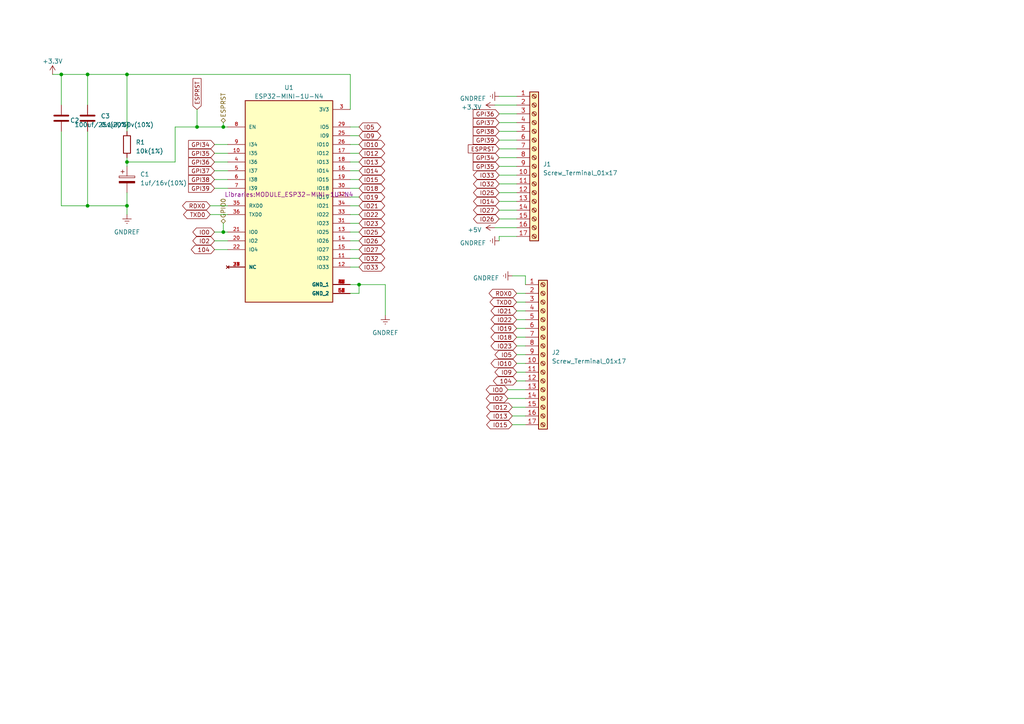
<source format=kicad_sch>
(kicad_sch (version 20230121) (generator eeschema)

  (uuid 1263f127-fd3f-4b79-97ec-2bcaa81892a6)

  (paper "A4")

  (lib_symbols
    (symbol "Connector:Screw_Terminal_01x17" (pin_names (offset 1.016) hide) (in_bom yes) (on_board yes)
      (property "Reference" "J" (at 0 22.86 0)
        (effects (font (size 1.27 1.27)))
      )
      (property "Value" "Screw_Terminal_01x17" (at 0 -22.86 0)
        (effects (font (size 1.27 1.27)))
      )
      (property "Footprint" "" (at 0 0 0)
        (effects (font (size 1.27 1.27)) hide)
      )
      (property "Datasheet" "~" (at 0 0 0)
        (effects (font (size 1.27 1.27)) hide)
      )
      (property "ki_keywords" "screw terminal" (at 0 0 0)
        (effects (font (size 1.27 1.27)) hide)
      )
      (property "ki_description" "Generic screw terminal, single row, 01x17, script generated (kicad-library-utils/schlib/autogen/connector/)" (at 0 0 0)
        (effects (font (size 1.27 1.27)) hide)
      )
      (property "ki_fp_filters" "TerminalBlock*:*" (at 0 0 0)
        (effects (font (size 1.27 1.27)) hide)
      )
      (symbol "Screw_Terminal_01x17_1_1"
        (rectangle (start -1.27 21.59) (end 1.27 -21.59)
          (stroke (width 0.254) (type default))
          (fill (type background))
        )
        (circle (center 0 -20.32) (radius 0.635)
          (stroke (width 0.1524) (type default))
          (fill (type none))
        )
        (circle (center 0 -17.78) (radius 0.635)
          (stroke (width 0.1524) (type default))
          (fill (type none))
        )
        (circle (center 0 -15.24) (radius 0.635)
          (stroke (width 0.1524) (type default))
          (fill (type none))
        )
        (circle (center 0 -12.7) (radius 0.635)
          (stroke (width 0.1524) (type default))
          (fill (type none))
        )
        (circle (center 0 -10.16) (radius 0.635)
          (stroke (width 0.1524) (type default))
          (fill (type none))
        )
        (circle (center 0 -7.62) (radius 0.635)
          (stroke (width 0.1524) (type default))
          (fill (type none))
        )
        (circle (center 0 -5.08) (radius 0.635)
          (stroke (width 0.1524) (type default))
          (fill (type none))
        )
        (circle (center 0 -2.54) (radius 0.635)
          (stroke (width 0.1524) (type default))
          (fill (type none))
        )
        (polyline
          (pts
            (xy -0.5334 -19.9898)
            (xy 0.3302 -20.828)
          )
          (stroke (width 0.1524) (type default))
          (fill (type none))
        )
        (polyline
          (pts
            (xy -0.5334 -17.4498)
            (xy 0.3302 -18.288)
          )
          (stroke (width 0.1524) (type default))
          (fill (type none))
        )
        (polyline
          (pts
            (xy -0.5334 -14.9098)
            (xy 0.3302 -15.748)
          )
          (stroke (width 0.1524) (type default))
          (fill (type none))
        )
        (polyline
          (pts
            (xy -0.5334 -12.3698)
            (xy 0.3302 -13.208)
          )
          (stroke (width 0.1524) (type default))
          (fill (type none))
        )
        (polyline
          (pts
            (xy -0.5334 -9.8298)
            (xy 0.3302 -10.668)
          )
          (stroke (width 0.1524) (type default))
          (fill (type none))
        )
        (polyline
          (pts
            (xy -0.5334 -7.2898)
            (xy 0.3302 -8.128)
          )
          (stroke (width 0.1524) (type default))
          (fill (type none))
        )
        (polyline
          (pts
            (xy -0.5334 -4.7498)
            (xy 0.3302 -5.588)
          )
          (stroke (width 0.1524) (type default))
          (fill (type none))
        )
        (polyline
          (pts
            (xy -0.5334 -2.2098)
            (xy 0.3302 -3.048)
          )
          (stroke (width 0.1524) (type default))
          (fill (type none))
        )
        (polyline
          (pts
            (xy -0.5334 0.3302)
            (xy 0.3302 -0.508)
          )
          (stroke (width 0.1524) (type default))
          (fill (type none))
        )
        (polyline
          (pts
            (xy -0.5334 2.8702)
            (xy 0.3302 2.032)
          )
          (stroke (width 0.1524) (type default))
          (fill (type none))
        )
        (polyline
          (pts
            (xy -0.5334 5.4102)
            (xy 0.3302 4.572)
          )
          (stroke (width 0.1524) (type default))
          (fill (type none))
        )
        (polyline
          (pts
            (xy -0.5334 7.9502)
            (xy 0.3302 7.112)
          )
          (stroke (width 0.1524) (type default))
          (fill (type none))
        )
        (polyline
          (pts
            (xy -0.5334 10.4902)
            (xy 0.3302 9.652)
          )
          (stroke (width 0.1524) (type default))
          (fill (type none))
        )
        (polyline
          (pts
            (xy -0.5334 13.0302)
            (xy 0.3302 12.192)
          )
          (stroke (width 0.1524) (type default))
          (fill (type none))
        )
        (polyline
          (pts
            (xy -0.5334 15.5702)
            (xy 0.3302 14.732)
          )
          (stroke (width 0.1524) (type default))
          (fill (type none))
        )
        (polyline
          (pts
            (xy -0.5334 18.1102)
            (xy 0.3302 17.272)
          )
          (stroke (width 0.1524) (type default))
          (fill (type none))
        )
        (polyline
          (pts
            (xy -0.5334 20.6502)
            (xy 0.3302 19.812)
          )
          (stroke (width 0.1524) (type default))
          (fill (type none))
        )
        (polyline
          (pts
            (xy -0.3556 -19.812)
            (xy 0.508 -20.6502)
          )
          (stroke (width 0.1524) (type default))
          (fill (type none))
        )
        (polyline
          (pts
            (xy -0.3556 -17.272)
            (xy 0.508 -18.1102)
          )
          (stroke (width 0.1524) (type default))
          (fill (type none))
        )
        (polyline
          (pts
            (xy -0.3556 -14.732)
            (xy 0.508 -15.5702)
          )
          (stroke (width 0.1524) (type default))
          (fill (type none))
        )
        (polyline
          (pts
            (xy -0.3556 -12.192)
            (xy 0.508 -13.0302)
          )
          (stroke (width 0.1524) (type default))
          (fill (type none))
        )
        (polyline
          (pts
            (xy -0.3556 -9.652)
            (xy 0.508 -10.4902)
          )
          (stroke (width 0.1524) (type default))
          (fill (type none))
        )
        (polyline
          (pts
            (xy -0.3556 -7.112)
            (xy 0.508 -7.9502)
          )
          (stroke (width 0.1524) (type default))
          (fill (type none))
        )
        (polyline
          (pts
            (xy -0.3556 -4.572)
            (xy 0.508 -5.4102)
          )
          (stroke (width 0.1524) (type default))
          (fill (type none))
        )
        (polyline
          (pts
            (xy -0.3556 -2.032)
            (xy 0.508 -2.8702)
          )
          (stroke (width 0.1524) (type default))
          (fill (type none))
        )
        (polyline
          (pts
            (xy -0.3556 0.508)
            (xy 0.508 -0.3302)
          )
          (stroke (width 0.1524) (type default))
          (fill (type none))
        )
        (polyline
          (pts
            (xy -0.3556 3.048)
            (xy 0.508 2.2098)
          )
          (stroke (width 0.1524) (type default))
          (fill (type none))
        )
        (polyline
          (pts
            (xy -0.3556 5.588)
            (xy 0.508 4.7498)
          )
          (stroke (width 0.1524) (type default))
          (fill (type none))
        )
        (polyline
          (pts
            (xy -0.3556 8.128)
            (xy 0.508 7.2898)
          )
          (stroke (width 0.1524) (type default))
          (fill (type none))
        )
        (polyline
          (pts
            (xy -0.3556 10.668)
            (xy 0.508 9.8298)
          )
          (stroke (width 0.1524) (type default))
          (fill (type none))
        )
        (polyline
          (pts
            (xy -0.3556 13.208)
            (xy 0.508 12.3698)
          )
          (stroke (width 0.1524) (type default))
          (fill (type none))
        )
        (polyline
          (pts
            (xy -0.3556 15.748)
            (xy 0.508 14.9098)
          )
          (stroke (width 0.1524) (type default))
          (fill (type none))
        )
        (polyline
          (pts
            (xy -0.3556 18.288)
            (xy 0.508 17.4498)
          )
          (stroke (width 0.1524) (type default))
          (fill (type none))
        )
        (polyline
          (pts
            (xy -0.3556 20.828)
            (xy 0.508 19.9898)
          )
          (stroke (width 0.1524) (type default))
          (fill (type none))
        )
        (circle (center 0 0) (radius 0.635)
          (stroke (width 0.1524) (type default))
          (fill (type none))
        )
        (circle (center 0 2.54) (radius 0.635)
          (stroke (width 0.1524) (type default))
          (fill (type none))
        )
        (circle (center 0 5.08) (radius 0.635)
          (stroke (width 0.1524) (type default))
          (fill (type none))
        )
        (circle (center 0 7.62) (radius 0.635)
          (stroke (width 0.1524) (type default))
          (fill (type none))
        )
        (circle (center 0 10.16) (radius 0.635)
          (stroke (width 0.1524) (type default))
          (fill (type none))
        )
        (circle (center 0 12.7) (radius 0.635)
          (stroke (width 0.1524) (type default))
          (fill (type none))
        )
        (circle (center 0 15.24) (radius 0.635)
          (stroke (width 0.1524) (type default))
          (fill (type none))
        )
        (circle (center 0 17.78) (radius 0.635)
          (stroke (width 0.1524) (type default))
          (fill (type none))
        )
        (circle (center 0 20.32) (radius 0.635)
          (stroke (width 0.1524) (type default))
          (fill (type none))
        )
        (pin passive line (at -5.08 20.32 0) (length 3.81)
          (name "Pin_1" (effects (font (size 1.27 1.27))))
          (number "1" (effects (font (size 1.27 1.27))))
        )
        (pin passive line (at -5.08 -2.54 0) (length 3.81)
          (name "Pin_10" (effects (font (size 1.27 1.27))))
          (number "10" (effects (font (size 1.27 1.27))))
        )
        (pin passive line (at -5.08 -5.08 0) (length 3.81)
          (name "Pin_11" (effects (font (size 1.27 1.27))))
          (number "11" (effects (font (size 1.27 1.27))))
        )
        (pin passive line (at -5.08 -7.62 0) (length 3.81)
          (name "Pin_12" (effects (font (size 1.27 1.27))))
          (number "12" (effects (font (size 1.27 1.27))))
        )
        (pin passive line (at -5.08 -10.16 0) (length 3.81)
          (name "Pin_13" (effects (font (size 1.27 1.27))))
          (number "13" (effects (font (size 1.27 1.27))))
        )
        (pin passive line (at -5.08 -12.7 0) (length 3.81)
          (name "Pin_14" (effects (font (size 1.27 1.27))))
          (number "14" (effects (font (size 1.27 1.27))))
        )
        (pin passive line (at -5.08 -15.24 0) (length 3.81)
          (name "Pin_15" (effects (font (size 1.27 1.27))))
          (number "15" (effects (font (size 1.27 1.27))))
        )
        (pin passive line (at -5.08 -17.78 0) (length 3.81)
          (name "Pin_16" (effects (font (size 1.27 1.27))))
          (number "16" (effects (font (size 1.27 1.27))))
        )
        (pin passive line (at -5.08 -20.32 0) (length 3.81)
          (name "Pin_17" (effects (font (size 1.27 1.27))))
          (number "17" (effects (font (size 1.27 1.27))))
        )
        (pin passive line (at -5.08 17.78 0) (length 3.81)
          (name "Pin_2" (effects (font (size 1.27 1.27))))
          (number "2" (effects (font (size 1.27 1.27))))
        )
        (pin passive line (at -5.08 15.24 0) (length 3.81)
          (name "Pin_3" (effects (font (size 1.27 1.27))))
          (number "3" (effects (font (size 1.27 1.27))))
        )
        (pin passive line (at -5.08 12.7 0) (length 3.81)
          (name "Pin_4" (effects (font (size 1.27 1.27))))
          (number "4" (effects (font (size 1.27 1.27))))
        )
        (pin passive line (at -5.08 10.16 0) (length 3.81)
          (name "Pin_5" (effects (font (size 1.27 1.27))))
          (number "5" (effects (font (size 1.27 1.27))))
        )
        (pin passive line (at -5.08 7.62 0) (length 3.81)
          (name "Pin_6" (effects (font (size 1.27 1.27))))
          (number "6" (effects (font (size 1.27 1.27))))
        )
        (pin passive line (at -5.08 5.08 0) (length 3.81)
          (name "Pin_7" (effects (font (size 1.27 1.27))))
          (number "7" (effects (font (size 1.27 1.27))))
        )
        (pin passive line (at -5.08 2.54 0) (length 3.81)
          (name "Pin_8" (effects (font (size 1.27 1.27))))
          (number "8" (effects (font (size 1.27 1.27))))
        )
        (pin passive line (at -5.08 0 0) (length 3.81)
          (name "Pin_9" (effects (font (size 1.27 1.27))))
          (number "9" (effects (font (size 1.27 1.27))))
        )
      )
    )
    (symbol "Device:C" (pin_numbers hide) (pin_names (offset 0.254)) (in_bom yes) (on_board yes)
      (property "Reference" "C" (at 0.635 2.54 0)
        (effects (font (size 1.27 1.27)) (justify left))
      )
      (property "Value" "C" (at 0.635 -2.54 0)
        (effects (font (size 1.27 1.27)) (justify left))
      )
      (property "Footprint" "" (at 0.9652 -3.81 0)
        (effects (font (size 1.27 1.27)) hide)
      )
      (property "Datasheet" "~" (at 0 0 0)
        (effects (font (size 1.27 1.27)) hide)
      )
      (property "ki_keywords" "cap capacitor" (at 0 0 0)
        (effects (font (size 1.27 1.27)) hide)
      )
      (property "ki_description" "Unpolarized capacitor" (at 0 0 0)
        (effects (font (size 1.27 1.27)) hide)
      )
      (property "ki_fp_filters" "C_*" (at 0 0 0)
        (effects (font (size 1.27 1.27)) hide)
      )
      (symbol "C_0_1"
        (polyline
          (pts
            (xy -2.032 -0.762)
            (xy 2.032 -0.762)
          )
          (stroke (width 0.508) (type default))
          (fill (type none))
        )
        (polyline
          (pts
            (xy -2.032 0.762)
            (xy 2.032 0.762)
          )
          (stroke (width 0.508) (type default))
          (fill (type none))
        )
      )
      (symbol "C_1_1"
        (pin passive line (at 0 3.81 270) (length 2.794)
          (name "~" (effects (font (size 1.27 1.27))))
          (number "1" (effects (font (size 1.27 1.27))))
        )
        (pin passive line (at 0 -3.81 90) (length 2.794)
          (name "~" (effects (font (size 1.27 1.27))))
          (number "2" (effects (font (size 1.27 1.27))))
        )
      )
    )
    (symbol "Device:C_Polarized" (pin_numbers hide) (pin_names (offset 0.254)) (in_bom yes) (on_board yes)
      (property "Reference" "C" (at 0.635 2.54 0)
        (effects (font (size 1.27 1.27)) (justify left))
      )
      (property "Value" "C_Polarized" (at 0.635 -2.54 0)
        (effects (font (size 1.27 1.27)) (justify left))
      )
      (property "Footprint" "" (at 0.9652 -3.81 0)
        (effects (font (size 1.27 1.27)) hide)
      )
      (property "Datasheet" "~" (at 0 0 0)
        (effects (font (size 1.27 1.27)) hide)
      )
      (property "ki_keywords" "cap capacitor" (at 0 0 0)
        (effects (font (size 1.27 1.27)) hide)
      )
      (property "ki_description" "Polarized capacitor" (at 0 0 0)
        (effects (font (size 1.27 1.27)) hide)
      )
      (property "ki_fp_filters" "CP_*" (at 0 0 0)
        (effects (font (size 1.27 1.27)) hide)
      )
      (symbol "C_Polarized_0_1"
        (rectangle (start -2.286 0.508) (end 2.286 1.016)
          (stroke (width 0) (type default))
          (fill (type none))
        )
        (polyline
          (pts
            (xy -1.778 2.286)
            (xy -0.762 2.286)
          )
          (stroke (width 0) (type default))
          (fill (type none))
        )
        (polyline
          (pts
            (xy -1.27 2.794)
            (xy -1.27 1.778)
          )
          (stroke (width 0) (type default))
          (fill (type none))
        )
        (rectangle (start 2.286 -0.508) (end -2.286 -1.016)
          (stroke (width 0) (type default))
          (fill (type outline))
        )
      )
      (symbol "C_Polarized_1_1"
        (pin passive line (at 0 3.81 270) (length 2.794)
          (name "~" (effects (font (size 1.27 1.27))))
          (number "1" (effects (font (size 1.27 1.27))))
        )
        (pin passive line (at 0 -3.81 90) (length 2.794)
          (name "~" (effects (font (size 1.27 1.27))))
          (number "2" (effects (font (size 1.27 1.27))))
        )
      )
    )
    (symbol "Device:R" (pin_numbers hide) (pin_names (offset 0)) (in_bom yes) (on_board yes)
      (property "Reference" "R" (at 2.032 0 90)
        (effects (font (size 1.27 1.27)))
      )
      (property "Value" "R" (at 0 0 90)
        (effects (font (size 1.27 1.27)))
      )
      (property "Footprint" "" (at -1.778 0 90)
        (effects (font (size 1.27 1.27)) hide)
      )
      (property "Datasheet" "~" (at 0 0 0)
        (effects (font (size 1.27 1.27)) hide)
      )
      (property "ki_keywords" "R res resistor" (at 0 0 0)
        (effects (font (size 1.27 1.27)) hide)
      )
      (property "ki_description" "Resistor" (at 0 0 0)
        (effects (font (size 1.27 1.27)) hide)
      )
      (property "ki_fp_filters" "R_*" (at 0 0 0)
        (effects (font (size 1.27 1.27)) hide)
      )
      (symbol "R_0_1"
        (rectangle (start -1.016 -2.54) (end 1.016 2.54)
          (stroke (width 0.254) (type default))
          (fill (type none))
        )
      )
      (symbol "R_1_1"
        (pin passive line (at 0 3.81 270) (length 1.27)
          (name "~" (effects (font (size 1.27 1.27))))
          (number "1" (effects (font (size 1.27 1.27))))
        )
        (pin passive line (at 0 -3.81 90) (length 1.27)
          (name "~" (effects (font (size 1.27 1.27))))
          (number "2" (effects (font (size 1.27 1.27))))
        )
      )
    )
    (symbol "ESP32-MINI-1U-N4:ESP32-MINI-1U-N4" (pin_names (offset 1.016)) (in_bom yes) (on_board yes)
      (property "Reference" "U" (at -12.7 28.702 0)
        (effects (font (size 1.27 1.27)) (justify left bottom))
      )
      (property "Value" "ESP32-MINI-1U-N4" (at -12.7 -33.02 0)
        (effects (font (size 1.27 1.27)) (justify left bottom))
      )
      (property "Footprint" "MODULE_ESP32-MINI-1U-N4" (at 0 0 0)
        (effects (font (size 1.27 1.27)) (justify bottom) hide)
      )
      (property "Datasheet" "" (at 0 0 0)
        (effects (font (size 1.27 1.27)) hide)
      )
      (property "PARTREV" "v1.2" (at 0 0 0)
        (effects (font (size 1.27 1.27)) (justify bottom) hide)
      )
      (property "STANDARD" "Manufacturer Recommendations" (at 0 0 0)
        (effects (font (size 1.27 1.27)) (justify bottom) hide)
      )
      (property "SNAPEDA_PN" "ESP32-MINI-1U-N4" (at 0 0 0)
        (effects (font (size 1.27 1.27)) (justify bottom) hide)
      )
      (property "MAXIMUM_PACKAGE_HEIGHT" "2.55mm" (at 0 0 0)
        (effects (font (size 1.27 1.27)) (justify bottom) hide)
      )
      (property "MANUFACTURER" "Espressif Systems" (at 0 0 0)
        (effects (font (size 1.27 1.27)) (justify bottom) hide)
      )
      (symbol "ESP32-MINI-1U-N4_0_0"
        (rectangle (start -12.7 -30.48) (end 12.7 27.94)
          (stroke (width 0.254) (type default))
          (fill (type background))
        )
        (pin power_in line (at 17.78 -25.4 180) (length 5.08)
          (name "GND_1" (effects (font (size 1.016 1.016))))
          (number "1" (effects (font (size 1.016 1.016))))
        )
        (pin input line (at -17.78 12.7 0) (length 5.08)
          (name "I35" (effects (font (size 1.016 1.016))))
          (number "10" (effects (font (size 1.016 1.016))))
        )
        (pin bidirectional line (at 17.78 -17.78 180) (length 5.08)
          (name "IO32" (effects (font (size 1.016 1.016))))
          (number "11" (effects (font (size 1.016 1.016))))
        )
        (pin bidirectional line (at 17.78 -20.32 180) (length 5.08)
          (name "IO33" (effects (font (size 1.016 1.016))))
          (number "12" (effects (font (size 1.016 1.016))))
        )
        (pin bidirectional line (at 17.78 -10.16 180) (length 5.08)
          (name "IO25" (effects (font (size 1.016 1.016))))
          (number "13" (effects (font (size 1.016 1.016))))
        )
        (pin bidirectional line (at 17.78 -12.7 180) (length 5.08)
          (name "IO26" (effects (font (size 1.016 1.016))))
          (number "14" (effects (font (size 1.016 1.016))))
        )
        (pin bidirectional line (at 17.78 -15.24 180) (length 5.08)
          (name "IO27" (effects (font (size 1.016 1.016))))
          (number "15" (effects (font (size 1.016 1.016))))
        )
        (pin bidirectional line (at 17.78 7.62 180) (length 5.08)
          (name "IO14" (effects (font (size 1.016 1.016))))
          (number "16" (effects (font (size 1.016 1.016))))
        )
        (pin bidirectional line (at 17.78 12.7 180) (length 5.08)
          (name "IO12" (effects (font (size 1.016 1.016))))
          (number "17" (effects (font (size 1.016 1.016))))
        )
        (pin bidirectional line (at 17.78 10.16 180) (length 5.08)
          (name "IO13" (effects (font (size 1.016 1.016))))
          (number "18" (effects (font (size 1.016 1.016))))
        )
        (pin bidirectional line (at 17.78 5.08 180) (length 5.08)
          (name "IO15" (effects (font (size 1.016 1.016))))
          (number "19" (effects (font (size 1.016 1.016))))
        )
        (pin power_in line (at 17.78 -25.4 180) (length 5.08)
          (name "GND_1" (effects (font (size 1.016 1.016))))
          (number "2" (effects (font (size 1.016 1.016))))
        )
        (pin bidirectional line (at -17.78 -12.7 0) (length 5.08)
          (name "IO2" (effects (font (size 1.016 1.016))))
          (number "20" (effects (font (size 1.016 1.016))))
        )
        (pin bidirectional line (at -17.78 -10.16 0) (length 5.08)
          (name "IO0" (effects (font (size 1.016 1.016))))
          (number "21" (effects (font (size 1.016 1.016))))
        )
        (pin bidirectional line (at -17.78 -15.24 0) (length 5.08)
          (name "IO4" (effects (font (size 1.016 1.016))))
          (number "22" (effects (font (size 1.016 1.016))))
        )
        (pin no_connect line (at -17.78 -20.32 0) (length 5.08)
          (name "NC" (effects (font (size 1.016 1.016))))
          (number "23" (effects (font (size 1.016 1.016))))
        )
        (pin no_connect line (at -17.78 -20.32 0) (length 5.08)
          (name "NC" (effects (font (size 1.016 1.016))))
          (number "24" (effects (font (size 1.016 1.016))))
        )
        (pin bidirectional line (at 17.78 17.78 180) (length 5.08)
          (name "IO9" (effects (font (size 1.016 1.016))))
          (number "25" (effects (font (size 1.016 1.016))))
        )
        (pin bidirectional line (at 17.78 15.24 180) (length 5.08)
          (name "IO10" (effects (font (size 1.016 1.016))))
          (number "26" (effects (font (size 1.016 1.016))))
        )
        (pin power_in line (at 17.78 -25.4 180) (length 5.08)
          (name "GND_1" (effects (font (size 1.016 1.016))))
          (number "27" (effects (font (size 1.016 1.016))))
        )
        (pin no_connect line (at -17.78 -20.32 0) (length 5.08)
          (name "NC" (effects (font (size 1.016 1.016))))
          (number "28" (effects (font (size 1.016 1.016))))
        )
        (pin bidirectional line (at 17.78 20.32 180) (length 5.08)
          (name "IO5" (effects (font (size 1.016 1.016))))
          (number "29" (effects (font (size 1.016 1.016))))
        )
        (pin power_in line (at 17.78 25.4 180) (length 5.08)
          (name "3V3" (effects (font (size 1.016 1.016))))
          (number "3" (effects (font (size 1.016 1.016))))
        )
        (pin bidirectional line (at 17.78 2.54 180) (length 5.08)
          (name "IO18" (effects (font (size 1.016 1.016))))
          (number "30" (effects (font (size 1.016 1.016))))
        )
        (pin bidirectional line (at 17.78 -7.62 180) (length 5.08)
          (name "IO23" (effects (font (size 1.016 1.016))))
          (number "31" (effects (font (size 1.016 1.016))))
        )
        (pin bidirectional line (at 17.78 0 180) (length 5.08)
          (name "IO19" (effects (font (size 1.016 1.016))))
          (number "32" (effects (font (size 1.016 1.016))))
        )
        (pin bidirectional line (at 17.78 -5.08 180) (length 5.08)
          (name "IO22" (effects (font (size 1.016 1.016))))
          (number "33" (effects (font (size 1.016 1.016))))
        )
        (pin bidirectional line (at 17.78 -2.54 180) (length 5.08)
          (name "IO21" (effects (font (size 1.016 1.016))))
          (number "34" (effects (font (size 1.016 1.016))))
        )
        (pin bidirectional line (at -17.78 -2.54 0) (length 5.08)
          (name "RXD0" (effects (font (size 1.016 1.016))))
          (number "35" (effects (font (size 1.016 1.016))))
        )
        (pin bidirectional line (at -17.78 -5.08 0) (length 5.08)
          (name "TXD0" (effects (font (size 1.016 1.016))))
          (number "36" (effects (font (size 1.016 1.016))))
        )
        (pin no_connect line (at -17.78 -20.32 0) (length 5.08)
          (name "NC" (effects (font (size 1.016 1.016))))
          (number "37" (effects (font (size 1.016 1.016))))
        )
        (pin power_in line (at 17.78 -25.4 180) (length 5.08)
          (name "GND_1" (effects (font (size 1.016 1.016))))
          (number "38" (effects (font (size 1.016 1.016))))
        )
        (pin power_in line (at 17.78 -25.4 180) (length 5.08)
          (name "GND_1" (effects (font (size 1.016 1.016))))
          (number "39" (effects (font (size 1.016 1.016))))
        )
        (pin input line (at -17.78 10.16 0) (length 5.08)
          (name "I36" (effects (font (size 1.016 1.016))))
          (number "4" (effects (font (size 1.016 1.016))))
        )
        (pin power_in line (at 17.78 -25.4 180) (length 5.08)
          (name "GND_1" (effects (font (size 1.016 1.016))))
          (number "40" (effects (font (size 1.016 1.016))))
        )
        (pin power_in line (at 17.78 -25.4 180) (length 5.08)
          (name "GND_1" (effects (font (size 1.016 1.016))))
          (number "41" (effects (font (size 1.016 1.016))))
        )
        (pin power_in line (at 17.78 -25.4 180) (length 5.08)
          (name "GND_1" (effects (font (size 1.016 1.016))))
          (number "42" (effects (font (size 1.016 1.016))))
        )
        (pin power_in line (at 17.78 -25.4 180) (length 5.08)
          (name "GND_1" (effects (font (size 1.016 1.016))))
          (number "43" (effects (font (size 1.016 1.016))))
        )
        (pin power_in line (at 17.78 -25.4 180) (length 5.08)
          (name "GND_1" (effects (font (size 1.016 1.016))))
          (number "44" (effects (font (size 1.016 1.016))))
        )
        (pin power_in line (at 17.78 -25.4 180) (length 5.08)
          (name "GND_1" (effects (font (size 1.016 1.016))))
          (number "45" (effects (font (size 1.016 1.016))))
        )
        (pin power_in line (at 17.78 -25.4 180) (length 5.08)
          (name "GND_1" (effects (font (size 1.016 1.016))))
          (number "46" (effects (font (size 1.016 1.016))))
        )
        (pin power_in line (at 17.78 -25.4 180) (length 5.08)
          (name "GND_1" (effects (font (size 1.016 1.016))))
          (number "47" (effects (font (size 1.016 1.016))))
        )
        (pin power_in line (at 17.78 -25.4 180) (length 5.08)
          (name "GND_1" (effects (font (size 1.016 1.016))))
          (number "48" (effects (font (size 1.016 1.016))))
        )
        (pin power_in line (at 17.78 -25.4 180) (length 5.08)
          (name "GND_1" (effects (font (size 1.016 1.016))))
          (number "49" (effects (font (size 1.016 1.016))))
        )
        (pin input line (at -17.78 7.62 0) (length 5.08)
          (name "I37" (effects (font (size 1.016 1.016))))
          (number "5" (effects (font (size 1.016 1.016))))
        )
        (pin power_in line (at 17.78 -27.94 180) (length 5.08)
          (name "GND_2" (effects (font (size 1.016 1.016))))
          (number "50" (effects (font (size 1.016 1.016))))
        )
        (pin power_in line (at 17.78 -27.94 180) (length 5.08)
          (name "GND_2" (effects (font (size 1.016 1.016))))
          (number "51" (effects (font (size 1.016 1.016))))
        )
        (pin power_in line (at 17.78 -27.94 180) (length 5.08)
          (name "GND_2" (effects (font (size 1.016 1.016))))
          (number "52" (effects (font (size 1.016 1.016))))
        )
        (pin power_in line (at 17.78 -27.94 180) (length 5.08)
          (name "GND_2" (effects (font (size 1.016 1.016))))
          (number "53" (effects (font (size 1.016 1.016))))
        )
        (pin power_in line (at 17.78 -27.94 180) (length 5.08)
          (name "GND_2" (effects (font (size 1.016 1.016))))
          (number "54" (effects (font (size 1.016 1.016))))
        )
        (pin power_in line (at 17.78 -27.94 180) (length 5.08)
          (name "GND_2" (effects (font (size 1.016 1.016))))
          (number "55" (effects (font (size 1.016 1.016))))
        )
        (pin power_in line (at 17.78 -27.94 180) (length 5.08)
          (name "GND_2" (effects (font (size 1.016 1.016))))
          (number "56" (effects (font (size 1.016 1.016))))
        )
        (pin power_in line (at 17.78 -27.94 180) (length 5.08)
          (name "GND_2" (effects (font (size 1.016 1.016))))
          (number "57" (effects (font (size 1.016 1.016))))
        )
        (pin power_in line (at 17.78 -27.94 180) (length 5.08)
          (name "GND_2" (effects (font (size 1.016 1.016))))
          (number "58" (effects (font (size 1.016 1.016))))
        )
        (pin power_in line (at 17.78 -27.94 180) (length 5.08)
          (name "GND_2" (effects (font (size 1.016 1.016))))
          (number "59" (effects (font (size 1.016 1.016))))
        )
        (pin input line (at -17.78 5.08 0) (length 5.08)
          (name "I38" (effects (font (size 1.016 1.016))))
          (number "6" (effects (font (size 1.016 1.016))))
        )
        (pin power_in line (at 17.78 -27.94 180) (length 5.08)
          (name "GND_2" (effects (font (size 1.016 1.016))))
          (number "60" (effects (font (size 1.016 1.016))))
        )
        (pin power_in line (at 17.78 -27.94 180) (length 5.08)
          (name "GND_2" (effects (font (size 1.016 1.016))))
          (number "61" (effects (font (size 1.016 1.016))))
        )
        (pin power_in line (at 17.78 -27.94 180) (length 5.08)
          (name "GND_2" (effects (font (size 1.016 1.016))))
          (number "62" (effects (font (size 1.016 1.016))))
        )
        (pin input line (at -17.78 2.54 0) (length 5.08)
          (name "I39" (effects (font (size 1.016 1.016))))
          (number "7" (effects (font (size 1.016 1.016))))
        )
        (pin input line (at -17.78 20.32 0) (length 5.08)
          (name "EN" (effects (font (size 1.016 1.016))))
          (number "8" (effects (font (size 1.016 1.016))))
        )
        (pin input line (at -17.78 15.24 0) (length 5.08)
          (name "I34" (effects (font (size 1.016 1.016))))
          (number "9" (effects (font (size 1.016 1.016))))
        )
      )
    )
    (symbol "power:+3.3V" (power) (pin_names (offset 0)) (in_bom yes) (on_board yes)
      (property "Reference" "#PWR" (at 0 -3.81 0)
        (effects (font (size 1.27 1.27)) hide)
      )
      (property "Value" "+3.3V" (at 0 3.556 0)
        (effects (font (size 1.27 1.27)))
      )
      (property "Footprint" "" (at 0 0 0)
        (effects (font (size 1.27 1.27)) hide)
      )
      (property "Datasheet" "" (at 0 0 0)
        (effects (font (size 1.27 1.27)) hide)
      )
      (property "ki_keywords" "global power" (at 0 0 0)
        (effects (font (size 1.27 1.27)) hide)
      )
      (property "ki_description" "Power symbol creates a global label with name \"+3.3V\"" (at 0 0 0)
        (effects (font (size 1.27 1.27)) hide)
      )
      (symbol "+3.3V_0_1"
        (polyline
          (pts
            (xy -0.762 1.27)
            (xy 0 2.54)
          )
          (stroke (width 0) (type default))
          (fill (type none))
        )
        (polyline
          (pts
            (xy 0 0)
            (xy 0 2.54)
          )
          (stroke (width 0) (type default))
          (fill (type none))
        )
        (polyline
          (pts
            (xy 0 2.54)
            (xy 0.762 1.27)
          )
          (stroke (width 0) (type default))
          (fill (type none))
        )
      )
      (symbol "+3.3V_1_1"
        (pin power_in line (at 0 0 90) (length 0) hide
          (name "+3.3V" (effects (font (size 1.27 1.27))))
          (number "1" (effects (font (size 1.27 1.27))))
        )
      )
    )
    (symbol "power:+5V" (power) (pin_names (offset 0)) (in_bom yes) (on_board yes)
      (property "Reference" "#PWR" (at 0 -3.81 0)
        (effects (font (size 1.27 1.27)) hide)
      )
      (property "Value" "+5V" (at 0 3.556 0)
        (effects (font (size 1.27 1.27)))
      )
      (property "Footprint" "" (at 0 0 0)
        (effects (font (size 1.27 1.27)) hide)
      )
      (property "Datasheet" "" (at 0 0 0)
        (effects (font (size 1.27 1.27)) hide)
      )
      (property "ki_keywords" "global power" (at 0 0 0)
        (effects (font (size 1.27 1.27)) hide)
      )
      (property "ki_description" "Power symbol creates a global label with name \"+5V\"" (at 0 0 0)
        (effects (font (size 1.27 1.27)) hide)
      )
      (symbol "+5V_0_1"
        (polyline
          (pts
            (xy -0.762 1.27)
            (xy 0 2.54)
          )
          (stroke (width 0) (type default))
          (fill (type none))
        )
        (polyline
          (pts
            (xy 0 0)
            (xy 0 2.54)
          )
          (stroke (width 0) (type default))
          (fill (type none))
        )
        (polyline
          (pts
            (xy 0 2.54)
            (xy 0.762 1.27)
          )
          (stroke (width 0) (type default))
          (fill (type none))
        )
      )
      (symbol "+5V_1_1"
        (pin power_in line (at 0 0 90) (length 0) hide
          (name "+5V" (effects (font (size 1.27 1.27))))
          (number "1" (effects (font (size 1.27 1.27))))
        )
      )
    )
    (symbol "power:GNDREF" (power) (pin_names (offset 0)) (in_bom yes) (on_board yes)
      (property "Reference" "#PWR" (at 0 -6.35 0)
        (effects (font (size 1.27 1.27)) hide)
      )
      (property "Value" "GNDREF" (at 0 -3.81 0)
        (effects (font (size 1.27 1.27)))
      )
      (property "Footprint" "" (at 0 0 0)
        (effects (font (size 1.27 1.27)) hide)
      )
      (property "Datasheet" "" (at 0 0 0)
        (effects (font (size 1.27 1.27)) hide)
      )
      (property "ki_keywords" "global power" (at 0 0 0)
        (effects (font (size 1.27 1.27)) hide)
      )
      (property "ki_description" "Power symbol creates a global label with name \"GNDREF\" , reference supply ground" (at 0 0 0)
        (effects (font (size 1.27 1.27)) hide)
      )
      (symbol "GNDREF_0_1"
        (polyline
          (pts
            (xy -0.635 -1.905)
            (xy 0.635 -1.905)
          )
          (stroke (width 0) (type default))
          (fill (type none))
        )
        (polyline
          (pts
            (xy -0.127 -2.54)
            (xy 0.127 -2.54)
          )
          (stroke (width 0) (type default))
          (fill (type none))
        )
        (polyline
          (pts
            (xy 0 -1.27)
            (xy 0 0)
          )
          (stroke (width 0) (type default))
          (fill (type none))
        )
        (polyline
          (pts
            (xy 1.27 -1.27)
            (xy -1.27 -1.27)
          )
          (stroke (width 0) (type default))
          (fill (type none))
        )
      )
      (symbol "GNDREF_1_1"
        (pin power_in line (at 0 0 270) (length 0) hide
          (name "GNDREF" (effects (font (size 1.27 1.27))))
          (number "1" (effects (font (size 1.27 1.27))))
        )
      )
    )
  )

  (junction (at 36.83 59.69) (diameter 0) (color 0 0 0 0)
    (uuid 41ffb919-63ab-482c-a89c-c705a94e78f8)
  )
  (junction (at 36.83 46.99) (diameter 0) (color 0 0 0 0)
    (uuid 5c3ada69-112e-4515-9048-4d4587833547)
  )
  (junction (at 64.77 67.31) (diameter 0) (color 0 0 0 0)
    (uuid 8045e1ad-4821-4177-a9b6-a65840006ac0)
  )
  (junction (at 25.4 59.69) (diameter 0) (color 0 0 0 0)
    (uuid 8a9d756f-f55c-4673-bc67-1670214b3a9c)
  )
  (junction (at 104.14 82.55) (diameter 0) (color 0 0 0 0)
    (uuid 8c39017d-ab27-448b-8f5c-12dd14b6b3e2)
  )
  (junction (at 64.77 36.83) (diameter 0) (color 0 0 0 0)
    (uuid afa18c94-eae9-4968-bbe8-23440e6a9287)
  )
  (junction (at 17.78 21.59) (diameter 0) (color 0 0 0 0)
    (uuid b7b6d438-4e43-4158-8adc-b3a6776a4484)
  )
  (junction (at 36.83 21.59) (diameter 0) (color 0 0 0 0)
    (uuid e1ceff37-b3e2-46d9-a0c1-f1d618af68f1)
  )
  (junction (at 57.15 36.83) (diameter 0) (color 0 0 0 0)
    (uuid e3629489-fee0-4b58-bdd0-6d8355d2f4b4)
  )
  (junction (at 25.4 21.59) (diameter 0) (color 0 0 0 0)
    (uuid f29479a7-98d0-4017-9653-6f329a93167c)
  )

  (wire (pts (xy 104.14 85.09) (xy 104.14 82.55))
    (stroke (width 0) (type default))
    (uuid 0275e5fb-4882-42cb-848c-c3e091723e5d)
  )
  (wire (pts (xy 17.78 59.69) (xy 25.4 59.69))
    (stroke (width 0) (type default))
    (uuid 02d6e6cb-38f6-4f9f-8cd1-60ca26f1f540)
  )
  (wire (pts (xy 62.23 44.45) (xy 66.04 44.45))
    (stroke (width 0) (type default))
    (uuid 0ccbae92-aacf-423c-b635-dc3ba9f600da)
  )
  (wire (pts (xy 144.78 60.96) (xy 149.86 60.96))
    (stroke (width 0) (type default))
    (uuid 10c6f5a6-8ce7-414a-b316-2a58acac23fe)
  )
  (wire (pts (xy 36.83 46.99) (xy 36.83 48.26))
    (stroke (width 0) (type default))
    (uuid 12e0566b-da5d-4291-8d50-b0ad170a0c36)
  )
  (wire (pts (xy 149.86 87.63) (xy 152.4 87.63))
    (stroke (width 0) (type default))
    (uuid 15ae13d7-66a8-46f9-91b0-47933f67edaf)
  )
  (wire (pts (xy 101.6 69.85) (xy 104.14 69.85))
    (stroke (width 0) (type default))
    (uuid 1ada6b95-c621-484d-8d3b-0ae0300fb06f)
  )
  (wire (pts (xy 144.78 43.18) (xy 149.86 43.18))
    (stroke (width 0) (type default))
    (uuid 1b8967b0-41d7-4aca-b0e8-03fea7b3290e)
  )
  (wire (pts (xy 62.23 41.91) (xy 66.04 41.91))
    (stroke (width 0) (type default))
    (uuid 247a9432-bbe5-4045-b090-28b7a20385d2)
  )
  (wire (pts (xy 62.23 54.61) (xy 66.04 54.61))
    (stroke (width 0) (type default))
    (uuid 28f0f689-fc28-4762-a315-51099af5bfa4)
  )
  (wire (pts (xy 144.78 48.26) (xy 149.86 48.26))
    (stroke (width 0) (type default))
    (uuid 295dc804-861a-4539-8fdf-c20f7b7ea1d0)
  )
  (wire (pts (xy 36.83 38.1) (xy 36.83 21.59))
    (stroke (width 0) (type default))
    (uuid 29d0c4b2-daa3-43fb-af13-693613fba450)
  )
  (wire (pts (xy 101.6 49.53) (xy 104.14 49.53))
    (stroke (width 0) (type default))
    (uuid 2e351e2a-2eb7-4e02-9f95-5fb007d262c9)
  )
  (wire (pts (xy 144.78 38.1) (xy 149.86 38.1))
    (stroke (width 0) (type default))
    (uuid 2e821ee1-8691-45cc-b337-5ada1b74f9bc)
  )
  (wire (pts (xy 101.6 72.39) (xy 104.14 72.39))
    (stroke (width 0) (type default))
    (uuid 2ee69bec-3fb4-4a8c-84fa-8a6f086871ef)
  )
  (wire (pts (xy 149.86 102.87) (xy 152.4 102.87))
    (stroke (width 0) (type default))
    (uuid 3434aac9-ef3f-4336-8347-bf23ac909b19)
  )
  (wire (pts (xy 25.4 21.59) (xy 25.4 30.48))
    (stroke (width 0) (type default))
    (uuid 389a0998-5745-4d2f-a24a-1cd90f6dd517)
  )
  (wire (pts (xy 62.23 46.99) (xy 66.04 46.99))
    (stroke (width 0) (type default))
    (uuid 3cca9e21-5745-4193-9afc-f613846eae55)
  )
  (wire (pts (xy 57.15 36.83) (xy 50.8 36.83))
    (stroke (width 0) (type default))
    (uuid 41d0063c-01ad-4098-98c1-7d8bcdb1a823)
  )
  (wire (pts (xy 64.77 67.31) (xy 66.04 67.31))
    (stroke (width 0) (type default))
    (uuid 455dd6e7-cb07-4790-a83a-678a5b00a89e)
  )
  (wire (pts (xy 101.6 59.69) (xy 104.14 59.69))
    (stroke (width 0) (type default))
    (uuid 46a38d84-a7ea-4e70-af6b-bb2d4044206b)
  )
  (wire (pts (xy 101.6 67.31) (xy 104.14 67.31))
    (stroke (width 0) (type default))
    (uuid 48065400-d6e3-441d-b981-e2cf352ae559)
  )
  (wire (pts (xy 147.32 115.57) (xy 152.4 115.57))
    (stroke (width 0) (type default))
    (uuid 49fd29c2-812d-44b8-831a-d6d6716ab512)
  )
  (wire (pts (xy 144.78 63.5) (xy 149.86 63.5))
    (stroke (width 0) (type default))
    (uuid 4cf4b830-7283-4f1f-a9ad-038bdb52a5cb)
  )
  (wire (pts (xy 25.4 38.1) (xy 25.4 59.69))
    (stroke (width 0) (type default))
    (uuid 4df4ee06-91bd-4d72-9abd-7455f4a6e41b)
  )
  (wire (pts (xy 144.78 27.94) (xy 149.86 27.94))
    (stroke (width 0) (type default))
    (uuid 4e46d920-c43f-4c28-b300-9feb64e19c3e)
  )
  (wire (pts (xy 50.8 36.83) (xy 50.8 46.99))
    (stroke (width 0) (type default))
    (uuid 5c54c0a0-9570-4c0a-8826-6ee347662450)
  )
  (wire (pts (xy 144.78 53.34) (xy 149.86 53.34))
    (stroke (width 0) (type default))
    (uuid 5dce7e94-08ec-4617-bec9-529803b18bef)
  )
  (wire (pts (xy 17.78 38.1) (xy 17.78 59.69))
    (stroke (width 0) (type default))
    (uuid 600d271e-1251-4287-ac4e-e2aebce4f9ab)
  )
  (wire (pts (xy 101.6 57.15) (xy 104.14 57.15))
    (stroke (width 0) (type default))
    (uuid 63f891dc-2b4b-4043-a19a-887da7dbea84)
  )
  (wire (pts (xy 148.59 120.65) (xy 152.4 120.65))
    (stroke (width 0) (type default))
    (uuid 6441cac0-64fe-4972-aaef-26fff2ae4d4d)
  )
  (wire (pts (xy 101.6 31.75) (xy 101.6 21.59))
    (stroke (width 0) (type default))
    (uuid 661ccac4-cc3e-4d98-a6ad-cd9f422f65a9)
  )
  (wire (pts (xy 149.86 95.25) (xy 152.4 95.25))
    (stroke (width 0) (type default))
    (uuid 66f3afe2-6f56-47df-818b-0e32e36029fd)
  )
  (wire (pts (xy 152.4 80.01) (xy 148.59 80.01))
    (stroke (width 0) (type default))
    (uuid 679e01ec-d602-4199-b406-a2e13ed95a6c)
  )
  (wire (pts (xy 101.6 82.55) (xy 104.14 82.55))
    (stroke (width 0) (type default))
    (uuid 68be1615-7d55-4f77-a19d-d0048e71ccac)
  )
  (wire (pts (xy 101.6 44.45) (xy 104.14 44.45))
    (stroke (width 0) (type default))
    (uuid 6a027083-bef5-432c-ab94-38fd04f02713)
  )
  (wire (pts (xy 144.78 35.56) (xy 149.86 35.56))
    (stroke (width 0) (type default))
    (uuid 6e7dfdd4-52c2-4488-aa30-0e1dd225ec3f)
  )
  (wire (pts (xy 64.77 35.56) (xy 64.77 36.83))
    (stroke (width 0) (type default))
    (uuid 6f02a512-dac7-4130-9401-7a0b94be3d84)
  )
  (wire (pts (xy 143.51 66.04) (xy 149.86 66.04))
    (stroke (width 0) (type default))
    (uuid 720f6a69-6762-4208-85e1-86c8db801639)
  )
  (wire (pts (xy 25.4 21.59) (xy 17.78 21.59))
    (stroke (width 0) (type default))
    (uuid 728faa54-f90f-4aa3-b1dd-c9c8a4d585bc)
  )
  (wire (pts (xy 101.6 36.83) (xy 104.14 36.83))
    (stroke (width 0) (type default))
    (uuid 7347a2df-3f24-4092-a8de-ab869a0e47df)
  )
  (wire (pts (xy 149.86 100.33) (xy 152.4 100.33))
    (stroke (width 0) (type default))
    (uuid 734ae19d-ffaf-467c-be6a-c8e8355bcc5f)
  )
  (wire (pts (xy 147.32 113.03) (xy 152.4 113.03))
    (stroke (width 0) (type default))
    (uuid 74f587ce-5eb3-41bc-a268-dfeefd495ed7)
  )
  (wire (pts (xy 148.59 123.19) (xy 152.4 123.19))
    (stroke (width 0) (type default))
    (uuid 7688e25c-e7ff-4558-907f-753dbb4248b9)
  )
  (wire (pts (xy 17.78 21.59) (xy 15.24 21.59))
    (stroke (width 0) (type default))
    (uuid 7e42e22f-a0ed-409c-aa10-18fb3d084f31)
  )
  (wire (pts (xy 144.78 68.58) (xy 144.78 69.85))
    (stroke (width 0) (type default))
    (uuid 7ec537ba-a1db-49af-99df-619655e9728e)
  )
  (wire (pts (xy 144.78 58.42) (xy 149.86 58.42))
    (stroke (width 0) (type default))
    (uuid 8016c20c-7fd2-4f17-beb8-1e863f8eff11)
  )
  (wire (pts (xy 17.78 21.59) (xy 17.78 30.48))
    (stroke (width 0) (type default))
    (uuid 81651aa1-8ba1-470b-b207-37a8fea10667)
  )
  (wire (pts (xy 64.77 64.77) (xy 64.77 67.31))
    (stroke (width 0) (type default))
    (uuid 82fe4b16-b2a0-4555-9fdd-e243fe56cf01)
  )
  (wire (pts (xy 101.6 52.07) (xy 104.14 52.07))
    (stroke (width 0) (type default))
    (uuid 8a407924-e340-423d-8b53-d3f757138b22)
  )
  (wire (pts (xy 64.77 36.83) (xy 57.15 36.83))
    (stroke (width 0) (type default))
    (uuid 8cd531d5-4e88-4019-a1cc-78c68f2147ba)
  )
  (wire (pts (xy 50.8 46.99) (xy 36.83 46.99))
    (stroke (width 0) (type default))
    (uuid 93537c63-9c62-4616-8f39-0c7deb6bce64)
  )
  (wire (pts (xy 62.23 67.31) (xy 64.77 67.31))
    (stroke (width 0) (type default))
    (uuid 9410e6e7-5eb6-447b-8278-e344c83a9e0a)
  )
  (wire (pts (xy 60.96 59.69) (xy 66.04 59.69))
    (stroke (width 0) (type default))
    (uuid 9540ed2a-ffce-44c9-8ae4-9996dd8f094c)
  )
  (wire (pts (xy 62.23 72.39) (xy 66.04 72.39))
    (stroke (width 0) (type default))
    (uuid 95bd87ab-db41-4a0f-815c-cc15cdbe7b4f)
  )
  (wire (pts (xy 101.6 46.99) (xy 104.14 46.99))
    (stroke (width 0) (type default))
    (uuid 9aecffb2-e8ce-4331-9d66-6123044f87e4)
  )
  (wire (pts (xy 149.86 107.95) (xy 152.4 107.95))
    (stroke (width 0) (type default))
    (uuid 9b38c245-66c1-43ab-a9c5-4c1fa415c3c1)
  )
  (wire (pts (xy 149.86 110.49) (xy 152.4 110.49))
    (stroke (width 0) (type default))
    (uuid 9f584708-812f-4c7a-a2fa-576e1485887d)
  )
  (wire (pts (xy 149.86 85.09) (xy 152.4 85.09))
    (stroke (width 0) (type default))
    (uuid a0125247-228f-4f2f-a55f-7ab7e2729b13)
  )
  (wire (pts (xy 101.6 74.93) (xy 104.14 74.93))
    (stroke (width 0) (type default))
    (uuid a661c6d7-d91e-4615-a8f0-53881558a8bd)
  )
  (wire (pts (xy 144.78 50.8) (xy 149.86 50.8))
    (stroke (width 0) (type default))
    (uuid a722da2e-09f8-4814-bef3-a23a3aece6b6)
  )
  (wire (pts (xy 60.96 62.23) (xy 66.04 62.23))
    (stroke (width 0) (type default))
    (uuid ac592b5f-151b-4e17-bdde-d0161bffe3e9)
  )
  (wire (pts (xy 36.83 55.88) (xy 36.83 59.69))
    (stroke (width 0) (type default))
    (uuid b056d40e-9636-4116-960d-fcf154deef0b)
  )
  (wire (pts (xy 144.78 55.88) (xy 149.86 55.88))
    (stroke (width 0) (type default))
    (uuid b0814069-edd2-400f-8db5-054029beecf3)
  )
  (wire (pts (xy 62.23 69.85) (xy 66.04 69.85))
    (stroke (width 0) (type default))
    (uuid b54605a0-d76e-4093-b78d-ae8f4844eaa1)
  )
  (wire (pts (xy 101.6 64.77) (xy 104.14 64.77))
    (stroke (width 0) (type default))
    (uuid b581108a-2dbb-4bb2-a190-8b9383a8d5d6)
  )
  (wire (pts (xy 25.4 59.69) (xy 36.83 59.69))
    (stroke (width 0) (type default))
    (uuid ba4bc019-aa35-4936-8ddf-d47e4cb07d01)
  )
  (wire (pts (xy 101.6 77.47) (xy 104.14 77.47))
    (stroke (width 0) (type default))
    (uuid be6408ae-820b-49c0-97fd-64d1b61669c6)
  )
  (wire (pts (xy 149.86 68.58) (xy 144.78 68.58))
    (stroke (width 0) (type default))
    (uuid c1193ce3-0d87-460d-ad62-e08bdb9cc7b7)
  )
  (wire (pts (xy 144.78 40.64) (xy 149.86 40.64))
    (stroke (width 0) (type default))
    (uuid c1eef21b-2ec9-4bfb-a129-ebf8e3fb84db)
  )
  (wire (pts (xy 101.6 41.91) (xy 104.14 41.91))
    (stroke (width 0) (type default))
    (uuid c208dde2-0c22-44f0-b5fd-6c4439b20d7f)
  )
  (wire (pts (xy 62.23 52.07) (xy 66.04 52.07))
    (stroke (width 0) (type default))
    (uuid c2ad9f38-acb8-4945-9bc0-958287833423)
  )
  (wire (pts (xy 36.83 59.69) (xy 36.83 62.23))
    (stroke (width 0) (type default))
    (uuid c77c0bad-e84e-42d6-9907-e5471b610b98)
  )
  (wire (pts (xy 111.76 82.55) (xy 111.76 91.44))
    (stroke (width 0) (type default))
    (uuid c9d19380-fa7b-48be-ae4a-c3cd71cc3958)
  )
  (wire (pts (xy 149.86 92.71) (xy 152.4 92.71))
    (stroke (width 0) (type default))
    (uuid cc4f0b33-782d-416d-8d38-c4871d66a46c)
  )
  (wire (pts (xy 57.15 31.75) (xy 57.15 36.83))
    (stroke (width 0) (type default))
    (uuid cf686675-ee86-4138-9bbf-f0f96a90c0b3)
  )
  (wire (pts (xy 36.83 21.59) (xy 101.6 21.59))
    (stroke (width 0) (type default))
    (uuid d4d0fff6-c7c7-470d-a59b-6d277cb4d172)
  )
  (wire (pts (xy 143.51 30.48) (xy 149.86 30.48))
    (stroke (width 0) (type default))
    (uuid d54d0cd4-08ab-41b0-9c5d-de8af63001b4)
  )
  (wire (pts (xy 101.6 54.61) (xy 104.14 54.61))
    (stroke (width 0) (type default))
    (uuid ddb1afc6-982d-441a-b16b-b452b4ebcebc)
  )
  (wire (pts (xy 66.04 36.83) (xy 64.77 36.83))
    (stroke (width 0) (type default))
    (uuid dfd857b9-d996-4f9c-9351-b0ca0e50cbb4)
  )
  (wire (pts (xy 101.6 85.09) (xy 104.14 85.09))
    (stroke (width 0) (type default))
    (uuid dffc101e-a79f-46df-a1b6-cd8189f8de07)
  )
  (wire (pts (xy 149.86 90.17) (xy 152.4 90.17))
    (stroke (width 0) (type default))
    (uuid e0222e17-297d-49fa-89ed-21550aae4b9e)
  )
  (wire (pts (xy 148.59 118.11) (xy 152.4 118.11))
    (stroke (width 0) (type default))
    (uuid e57db459-f817-4f6a-8816-465a0f638e2a)
  )
  (wire (pts (xy 144.78 33.02) (xy 149.86 33.02))
    (stroke (width 0) (type default))
    (uuid ee10b8dc-cf9b-4181-b020-1a4bd9ba1a34)
  )
  (wire (pts (xy 101.6 62.23) (xy 104.14 62.23))
    (stroke (width 0) (type default))
    (uuid ee8de3a0-fc9d-4174-9bdd-5f96f6e9b54f)
  )
  (wire (pts (xy 25.4 21.59) (xy 36.83 21.59))
    (stroke (width 0) (type default))
    (uuid f0694bb6-8215-4cb5-bf55-7f5bab170740)
  )
  (wire (pts (xy 149.86 105.41) (xy 152.4 105.41))
    (stroke (width 0) (type default))
    (uuid f4007115-6eaa-484c-a59d-6b678b663731)
  )
  (wire (pts (xy 144.78 45.72) (xy 149.86 45.72))
    (stroke (width 0) (type default))
    (uuid f4e4153f-7bac-4bcf-85b1-9731bcd0d1c3)
  )
  (wire (pts (xy 62.23 49.53) (xy 66.04 49.53))
    (stroke (width 0) (type default))
    (uuid f7239920-dbf9-4366-8925-6145200ee5ce)
  )
  (wire (pts (xy 152.4 80.01) (xy 152.4 82.55))
    (stroke (width 0) (type default))
    (uuid f7e65ebd-30f3-4896-8aa3-3fd3487e4763)
  )
  (wire (pts (xy 101.6 39.37) (xy 104.14 39.37))
    (stroke (width 0) (type default))
    (uuid fa3aa099-f4ba-4c25-b24e-470effd1306d)
  )
  (wire (pts (xy 149.86 97.79) (xy 152.4 97.79))
    (stroke (width 0) (type default))
    (uuid fad7e6d7-e2aa-4ac1-96fd-a11ef625f9a8)
  )
  (wire (pts (xy 104.14 82.55) (xy 111.76 82.55))
    (stroke (width 0) (type default))
    (uuid fb998e26-9888-4b29-a37e-64c76f9644ec)
  )
  (wire (pts (xy 36.83 45.72) (xy 36.83 46.99))
    (stroke (width 0) (type default))
    (uuid feb268d2-611e-4910-93e8-1ae70a389ff8)
  )

  (global_label "IO22" (shape bidirectional) (at 149.86 92.71 180) (fields_autoplaced)
    (effects (font (size 1.2 1.2)) (justify right))
    (uuid 049eb71e-ee5b-440b-b8f2-d05795de218e)
    (property "Intersheetrefs" "${INTERSHEET_REFS}" (at 141.9504 92.71 0)
      (effects (font (size 1.27 1.27)) (justify right) hide)
    )
  )
  (global_label "IO14" (shape bidirectional) (at 144.78 58.42 180) (fields_autoplaced)
    (effects (font (size 1.2 1.2)) (justify right))
    (uuid 04dcfb0e-0590-4d64-bb6f-59fbb6d2450c)
    (property "Intersheetrefs" "${INTERSHEET_REFS}" (at 136.8704 58.42 0)
      (effects (font (size 1.27 1.27)) (justify right) hide)
    )
  )
  (global_label "IO21" (shape bidirectional) (at 104.14 59.69 0) (fields_autoplaced)
    (effects (font (size 1.2 1.2)) (justify left))
    (uuid 0e4580b2-dbc5-4624-86ec-7854414c8105)
    (property "Intersheetrefs" "${INTERSHEET_REFS}" (at 112.0496 59.69 0)
      (effects (font (size 1.27 1.27)) (justify left) hide)
    )
  )
  (global_label "IO25" (shape bidirectional) (at 104.14 67.31 0) (fields_autoplaced)
    (effects (font (size 1.2 1.2)) (justify left))
    (uuid 13040639-a7e4-4240-b6ff-a0c56882531b)
    (property "Intersheetrefs" "${INTERSHEET_REFS}" (at 112.0496 67.31 0)
      (effects (font (size 1.27 1.27)) (justify left) hide)
    )
  )
  (global_label "IO33" (shape bidirectional) (at 144.78 50.8 180) (fields_autoplaced)
    (effects (font (size 1.2 1.2)) (justify right))
    (uuid 16e1cd80-e180-446a-ae2c-89f980e58533)
    (property "Intersheetrefs" "${INTERSHEET_REFS}" (at 136.8704 50.8 0)
      (effects (font (size 1.27 1.27)) (justify right) hide)
    )
  )
  (global_label "IO13" (shape bidirectional) (at 148.59 120.65 180) (fields_autoplaced)
    (effects (font (size 1.2 1.2)) (justify right))
    (uuid 1a1302a8-38df-4dbc-983a-846ab69e6463)
    (property "Intersheetrefs" "${INTERSHEET_REFS}" (at 140.6804 120.65 0)
      (effects (font (size 1.27 1.27)) (justify right) hide)
    )
  )
  (global_label "IO0" (shape bidirectional) (at 147.32 113.03 180) (fields_autoplaced)
    (effects (font (size 1.2 1.2)) (justify right))
    (uuid 2412e32b-386f-4a30-b8b2-f99c66515046)
    (property "Intersheetrefs" "${INTERSHEET_REFS}" (at 140.5533 113.03 0)
      (effects (font (size 1.27 1.27)) (justify right) hide)
    )
  )
  (global_label "GPI39" (shape input) (at 62.23 54.61 180) (fields_autoplaced)
    (effects (font (size 1.2 1.2)) (justify right))
    (uuid 29cbef58-f7ef-4384-aade-dd0c16d883bd)
    (property "Intersheetrefs" "${INTERSHEET_REFS}" (at 54.2275 54.61 0)
      (effects (font (size 1.27 1.27)) (justify right) hide)
    )
  )
  (global_label "GPI34" (shape input) (at 62.23 41.91 180) (fields_autoplaced)
    (effects (font (size 1.2 1.2)) (justify right))
    (uuid 2a23ba56-0a39-4ed1-ae9d-e9b5a353b370)
    (property "Intersheetrefs" "${INTERSHEET_REFS}" (at 54.2275 41.91 0)
      (effects (font (size 1.27 1.27)) (justify right) hide)
    )
  )
  (global_label "IO19" (shape bidirectional) (at 149.86 95.25 180) (fields_autoplaced)
    (effects (font (size 1.2 1.2)) (justify right))
    (uuid 355307e0-b7d4-415b-9eab-9581eb4e47fa)
    (property "Intersheetrefs" "${INTERSHEET_REFS}" (at 141.9504 95.25 0)
      (effects (font (size 1.27 1.27)) (justify right) hide)
    )
  )
  (global_label "IO27" (shape bidirectional) (at 104.14 72.39 0) (fields_autoplaced)
    (effects (font (size 1.2 1.2)) (justify left))
    (uuid 36a3edc7-fc4c-4ed2-88a3-8bdd6922d4c6)
    (property "Intersheetrefs" "${INTERSHEET_REFS}" (at 112.0496 72.39 0)
      (effects (font (size 1.27 1.27)) (justify left) hide)
    )
  )
  (global_label "ESPRST" (shape input) (at 144.78 43.18 180) (fields_autoplaced)
    (effects (font (size 1.2 1.2)) (justify right))
    (uuid 3b0e0906-6942-4aa3-8af7-54be0e982f2a)
    (property "Intersheetrefs" "${INTERSHEET_REFS}" (at 135.3489 43.18 0)
      (effects (font (size 1.27 1.27)) (justify right) hide)
    )
  )
  (global_label "IO21" (shape bidirectional) (at 149.86 90.17 180) (fields_autoplaced)
    (effects (font (size 1.2 1.2)) (justify right))
    (uuid 3ebd5bfd-f595-45f3-94b6-a96742089ce2)
    (property "Intersheetrefs" "${INTERSHEET_REFS}" (at 141.9504 90.17 0)
      (effects (font (size 1.27 1.27)) (justify right) hide)
    )
  )
  (global_label "IO23" (shape bidirectional) (at 149.86 100.33 180) (fields_autoplaced)
    (effects (font (size 1.2 1.2)) (justify right))
    (uuid 502b7a4a-bdc5-4023-9a34-ee675e8361f7)
    (property "Intersheetrefs" "${INTERSHEET_REFS}" (at 141.9504 100.33 0)
      (effects (font (size 1.27 1.27)) (justify right) hide)
    )
  )
  (global_label "IO25" (shape bidirectional) (at 144.78 55.88 180) (fields_autoplaced)
    (effects (font (size 1.2 1.2)) (justify right))
    (uuid 5270d1eb-5017-47b1-9856-7d1c20982037)
    (property "Intersheetrefs" "${INTERSHEET_REFS}" (at 136.8704 55.88 0)
      (effects (font (size 1.27 1.27)) (justify right) hide)
    )
  )
  (global_label "IO32" (shape bidirectional) (at 104.14 74.93 0) (fields_autoplaced)
    (effects (font (size 1.2 1.2)) (justify left))
    (uuid 55014428-e423-4ad2-82eb-08b71abf1146)
    (property "Intersheetrefs" "${INTERSHEET_REFS}" (at 112.0496 74.93 0)
      (effects (font (size 1.27 1.27)) (justify left) hide)
    )
  )
  (global_label "IO18" (shape bidirectional) (at 104.14 54.61 0) (fields_autoplaced)
    (effects (font (size 1.2 1.2)) (justify left))
    (uuid 59d6fc1c-be60-4bf9-9a0b-85191a0a2445)
    (property "Intersheetrefs" "${INTERSHEET_REFS}" (at 112.0496 54.61 0)
      (effects (font (size 1.27 1.27)) (justify left) hide)
    )
  )
  (global_label "IO27" (shape bidirectional) (at 144.78 60.96 180) (fields_autoplaced)
    (effects (font (size 1.2 1.2)) (justify right))
    (uuid 5b63ff8c-a401-4938-9369-655a2cd2efba)
    (property "Intersheetrefs" "${INTERSHEET_REFS}" (at 136.8704 60.96 0)
      (effects (font (size 1.27 1.27)) (justify right) hide)
    )
  )
  (global_label "RDX0" (shape bidirectional) (at 60.96 59.69 180) (fields_autoplaced)
    (effects (font (size 1.2 1.2)) (justify right))
    (uuid 5e069425-1ec8-4702-afb8-8c264d3efb73)
    (property "Intersheetrefs" "${INTERSHEET_REFS}" (at 52.4789 59.69 0)
      (effects (font (size 1.27 1.27)) (justify right) hide)
    )
  )
  (global_label "IO13" (shape bidirectional) (at 104.14 46.99 0) (fields_autoplaced)
    (effects (font (size 1.2 1.2)) (justify left))
    (uuid 6300c292-bdff-45ae-a6c6-0fb032c711a9)
    (property "Intersheetrefs" "${INTERSHEET_REFS}" (at 112.0496 46.99 0)
      (effects (font (size 1.27 1.27)) (justify left) hide)
    )
  )
  (global_label "IO9" (shape bidirectional) (at 149.86 107.95 180) (fields_autoplaced)
    (effects (font (size 1.2 1.2)) (justify right))
    (uuid 65b5f0de-5a7b-4b09-98f2-2f5d370fc89a)
    (property "Intersheetrefs" "${INTERSHEET_REFS}" (at 143.0933 107.95 0)
      (effects (font (size 1.27 1.27)) (justify right) hide)
    )
  )
  (global_label "IO10" (shape bidirectional) (at 149.86 105.41 180) (fields_autoplaced)
    (effects (font (size 1.2 1.2)) (justify right))
    (uuid 6899b846-4d76-4ce2-87df-2ff3c919a599)
    (property "Intersheetrefs" "${INTERSHEET_REFS}" (at 141.9504 105.41 0)
      (effects (font (size 1.27 1.27)) (justify right) hide)
    )
  )
  (global_label "ESPRST" (shape input) (at 57.15 31.75 90) (fields_autoplaced)
    (effects (font (size 1.2 1.2)) (justify left))
    (uuid 6b7bd7c2-910d-4b86-aa88-20a0d1918c1e)
    (property "Intersheetrefs" "${INTERSHEET_REFS}" (at 57.15 22.3189 90)
      (effects (font (size 1.27 1.27)) (justify left) hide)
    )
  )
  (global_label "RDX0" (shape bidirectional) (at 149.86 85.09 180) (fields_autoplaced)
    (effects (font (size 1.2 1.2)) (justify right))
    (uuid 6d71829b-d46c-49b0-a862-d9a5556b7b3a)
    (property "Intersheetrefs" "${INTERSHEET_REFS}" (at 141.3789 85.09 0)
      (effects (font (size 1.27 1.27)) (justify right) hide)
    )
  )
  (global_label "IO26" (shape bidirectional) (at 144.78 63.5 180) (fields_autoplaced)
    (effects (font (size 1.2 1.2)) (justify right))
    (uuid 6f39fce1-6567-4895-81a4-2d675620e54c)
    (property "Intersheetrefs" "${INTERSHEET_REFS}" (at 136.8704 63.5 0)
      (effects (font (size 1.27 1.27)) (justify right) hide)
    )
  )
  (global_label "IO15" (shape bidirectional) (at 148.59 123.19 180) (fields_autoplaced)
    (effects (font (size 1.2 1.2)) (justify right))
    (uuid 70174f42-32c7-487e-97c8-fff4734ecbcb)
    (property "Intersheetrefs" "${INTERSHEET_REFS}" (at 140.6804 123.19 0)
      (effects (font (size 1.27 1.27)) (justify right) hide)
    )
  )
  (global_label "IO2" (shape bidirectional) (at 62.23 69.85 180) (fields_autoplaced)
    (effects (font (size 1.2 1.2)) (justify right))
    (uuid 7cfa5e84-604e-4bed-8058-7a5d7d5253f0)
    (property "Intersheetrefs" "${INTERSHEET_REFS}" (at 55.4633 69.85 0)
      (effects (font (size 1.27 1.27)) (justify right) hide)
    )
  )
  (global_label "IO0" (shape bidirectional) (at 62.23 67.31 180) (fields_autoplaced)
    (effects (font (size 1.2 1.2)) (justify right))
    (uuid 82b88452-b512-4327-8e4b-3daa046fde20)
    (property "Intersheetrefs" "${INTERSHEET_REFS}" (at 55.4633 67.31 0)
      (effects (font (size 1.27 1.27)) (justify right) hide)
    )
  )
  (global_label "GPI39" (shape input) (at 144.78 40.64 180) (fields_autoplaced)
    (effects (font (size 1.2 1.2)) (justify right))
    (uuid 8592373f-cf8d-4e5f-ae43-31b914b6e846)
    (property "Intersheetrefs" "${INTERSHEET_REFS}" (at 136.7775 40.64 0)
      (effects (font (size 1.27 1.27)) (justify right) hide)
    )
  )
  (global_label "IO12" (shape bidirectional) (at 148.59 118.11 180) (fields_autoplaced)
    (effects (font (size 1.2 1.2)) (justify right))
    (uuid 8a8d7bb3-7af3-47bc-b111-57a83d64de5a)
    (property "Intersheetrefs" "${INTERSHEET_REFS}" (at 140.6804 118.11 0)
      (effects (font (size 1.27 1.27)) (justify right) hide)
    )
  )
  (global_label "IO32" (shape bidirectional) (at 144.78 53.34 180) (fields_autoplaced)
    (effects (font (size 1.2 1.2)) (justify right))
    (uuid 8f5cf177-cb77-49d0-a978-f3daac7b0a1a)
    (property "Intersheetrefs" "${INTERSHEET_REFS}" (at 136.8704 53.34 0)
      (effects (font (size 1.27 1.27)) (justify right) hide)
    )
  )
  (global_label "IO33" (shape bidirectional) (at 104.14 77.47 0) (fields_autoplaced)
    (effects (font (size 1.2 1.2)) (justify left))
    (uuid 918fe857-e34a-43db-b586-a18de581783f)
    (property "Intersheetrefs" "${INTERSHEET_REFS}" (at 112.0496 77.47 0)
      (effects (font (size 1.27 1.27)) (justify left) hide)
    )
  )
  (global_label "GPI35" (shape input) (at 144.78 48.26 180) (fields_autoplaced)
    (effects (font (size 1.2 1.2)) (justify right))
    (uuid 919ad159-d05d-4228-b3c2-cba69f55c844)
    (property "Intersheetrefs" "${INTERSHEET_REFS}" (at 136.7775 48.26 0)
      (effects (font (size 1.27 1.27)) (justify right) hide)
    )
  )
  (global_label "TXD0" (shape bidirectional) (at 149.86 87.63 180) (fields_autoplaced)
    (effects (font (size 1.2 1.2)) (justify right))
    (uuid 992cb561-a71f-4b74-b092-da0b2a3f0c98)
    (property "Intersheetrefs" "${INTERSHEET_REFS}" (at 141.6646 87.63 0)
      (effects (font (size 1.27 1.27)) (justify right) hide)
    )
  )
  (global_label "GPI36" (shape input) (at 62.23 46.99 180) (fields_autoplaced)
    (effects (font (size 1.2 1.2)) (justify right))
    (uuid 99ec8811-10fe-46d5-bdf2-9b3f0fcfc026)
    (property "Intersheetrefs" "${INTERSHEET_REFS}" (at 54.2275 46.99 0)
      (effects (font (size 1.27 1.27)) (justify right) hide)
    )
  )
  (global_label "GPI38" (shape input) (at 62.23 52.07 180) (fields_autoplaced)
    (effects (font (size 1.2 1.2)) (justify right))
    (uuid 9bcf6b33-6ca9-4d54-bea7-c7a0ac9bf07a)
    (property "Intersheetrefs" "${INTERSHEET_REFS}" (at 54.2275 52.07 0)
      (effects (font (size 1.27 1.27)) (justify right) hide)
    )
  )
  (global_label "GPI37" (shape input) (at 144.78 35.56 180) (fields_autoplaced)
    (effects (font (size 1.2 1.2)) (justify right))
    (uuid a329dbd7-81c4-4c20-a15c-a35010d15b83)
    (property "Intersheetrefs" "${INTERSHEET_REFS}" (at 136.7775 35.56 0)
      (effects (font (size 1.27 1.27)) (justify right) hide)
    )
  )
  (global_label "IO22" (shape bidirectional) (at 104.14 62.23 0) (fields_autoplaced)
    (effects (font (size 1.2 1.2)) (justify left))
    (uuid a67914bb-424d-4ae5-8985-2fe19b3ab4d5)
    (property "Intersheetrefs" "${INTERSHEET_REFS}" (at 112.0496 62.23 0)
      (effects (font (size 1.27 1.27)) (justify left) hide)
    )
  )
  (global_label "IO5" (shape bidirectional) (at 104.14 36.83 0) (fields_autoplaced)
    (effects (font (size 1.2 1.2)) (justify left))
    (uuid ac7a8f2b-0563-49ca-9ea5-17de3d786aae)
    (property "Intersheetrefs" "${INTERSHEET_REFS}" (at 110.9067 36.83 0)
      (effects (font (size 1.27 1.27)) (justify left) hide)
    )
  )
  (global_label "104" (shape bidirectional) (at 149.86 110.49 180) (fields_autoplaced)
    (effects (font (size 1.2 1.2)) (justify right))
    (uuid b3761cdd-a17a-46c7-bf15-0d4ebba8a5b6)
    (property "Intersheetrefs" "${INTERSHEET_REFS}" (at 142.636 110.49 0)
      (effects (font (size 1.27 1.27)) (justify right) hide)
    )
  )
  (global_label "GPI37" (shape input) (at 62.23 49.53 180) (fields_autoplaced)
    (effects (font (size 1.2 1.2)) (justify right))
    (uuid b6cb4799-b462-4448-93e5-8dccf73268f9)
    (property "Intersheetrefs" "${INTERSHEET_REFS}" (at 54.2275 49.53 0)
      (effects (font (size 1.27 1.27)) (justify right) hide)
    )
  )
  (global_label "IO14" (shape bidirectional) (at 104.14 49.53 0) (fields_autoplaced)
    (effects (font (size 1.2 1.2)) (justify left))
    (uuid bebb6b9f-f597-44d3-a2a7-74f36a2e34c3)
    (property "Intersheetrefs" "${INTERSHEET_REFS}" (at 112.0496 49.53 0)
      (effects (font (size 1.27 1.27)) (justify left) hide)
    )
  )
  (global_label "IO18" (shape bidirectional) (at 149.86 97.79 180) (fields_autoplaced)
    (effects (font (size 1.2 1.2)) (justify right))
    (uuid bf75b628-dad9-40a4-9e76-cfe1be3d47dd)
    (property "Intersheetrefs" "${INTERSHEET_REFS}" (at 141.9504 97.79 0)
      (effects (font (size 1.27 1.27)) (justify right) hide)
    )
  )
  (global_label "IO19" (shape bidirectional) (at 104.14 57.15 0) (fields_autoplaced)
    (effects (font (size 1.2 1.2)) (justify left))
    (uuid c2be83bc-53cf-4107-a71b-f575b322c1a8)
    (property "Intersheetrefs" "${INTERSHEET_REFS}" (at 112.0496 57.15 0)
      (effects (font (size 1.27 1.27)) (justify left) hide)
    )
  )
  (global_label "GPI38" (shape input) (at 144.78 38.1 180) (fields_autoplaced)
    (effects (font (size 1.2 1.2)) (justify right))
    (uuid c4a935e4-e010-4fa4-8003-8a955426c3b0)
    (property "Intersheetrefs" "${INTERSHEET_REFS}" (at 136.7775 38.1 0)
      (effects (font (size 1.27 1.27)) (justify right) hide)
    )
  )
  (global_label "104" (shape bidirectional) (at 62.23 72.39 180) (fields_autoplaced)
    (effects (font (size 1.2 1.2)) (justify right))
    (uuid ce75c3f1-b8c8-4b23-91ab-0531e56b415e)
    (property "Intersheetrefs" "${INTERSHEET_REFS}" (at 55.006 72.39 0)
      (effects (font (size 1.27 1.27)) (justify right) hide)
    )
  )
  (global_label "IO23" (shape bidirectional) (at 104.14 64.77 0) (fields_autoplaced)
    (effects (font (size 1.2 1.2)) (justify left))
    (uuid cef1ae50-7818-45f9-ba09-cacc98b54654)
    (property "Intersheetrefs" "${INTERSHEET_REFS}" (at 112.0496 64.77 0)
      (effects (font (size 1.27 1.27)) (justify left) hide)
    )
  )
  (global_label "IO10" (shape bidirectional) (at 104.14 41.91 0) (fields_autoplaced)
    (effects (font (size 1.2 1.2)) (justify left))
    (uuid d2c33be9-a07b-4874-ba49-622ec09eac3b)
    (property "Intersheetrefs" "${INTERSHEET_REFS}" (at 112.0496 41.91 0)
      (effects (font (size 1.27 1.27)) (justify left) hide)
    )
  )
  (global_label "TXD0" (shape bidirectional) (at 60.96 62.23 180) (fields_autoplaced)
    (effects (font (size 1.2 1.2)) (justify right))
    (uuid d40da442-cdc0-4c87-9ab6-f77bf5bf8e0a)
    (property "Intersheetrefs" "${INTERSHEET_REFS}" (at 52.7646 62.23 0)
      (effects (font (size 1.27 1.27)) (justify right) hide)
    )
  )
  (global_label "IO15" (shape bidirectional) (at 104.14 52.07 0) (fields_autoplaced)
    (effects (font (size 1.2 1.2)) (justify left))
    (uuid d79161cd-0bae-45f2-97c2-95d7ac84f3a2)
    (property "Intersheetrefs" "${INTERSHEET_REFS}" (at 112.0496 52.07 0)
      (effects (font (size 1.27 1.27)) (justify left) hide)
    )
  )
  (global_label "IO2" (shape bidirectional) (at 147.32 115.57 180) (fields_autoplaced)
    (effects (font (size 1.2 1.2)) (justify right))
    (uuid d93ddcef-cf08-4c00-af47-537b6e151ad1)
    (property "Intersheetrefs" "${INTERSHEET_REFS}" (at 140.5533 115.57 0)
      (effects (font (size 1.27 1.27)) (justify right) hide)
    )
  )
  (global_label "GPI35" (shape input) (at 62.23 44.45 180) (fields_autoplaced)
    (effects (font (size 1.2 1.2)) (justify right))
    (uuid db644152-f265-4435-98b7-1a1155be460f)
    (property "Intersheetrefs" "${INTERSHEET_REFS}" (at 54.2275 44.45 0)
      (effects (font (size 1.27 1.27)) (justify right) hide)
    )
  )
  (global_label "IO26" (shape bidirectional) (at 104.14 69.85 0) (fields_autoplaced)
    (effects (font (size 1.2 1.2)) (justify left))
    (uuid dd0cabfa-b758-4e02-bceb-50084e02d829)
    (property "Intersheetrefs" "${INTERSHEET_REFS}" (at 112.0496 69.85 0)
      (effects (font (size 1.27 1.27)) (justify left) hide)
    )
  )
  (global_label "IO9" (shape bidirectional) (at 104.14 39.37 0) (fields_autoplaced)
    (effects (font (size 1.2 1.2)) (justify left))
    (uuid df080958-3248-469e-8d48-852e22fcbf61)
    (property "Intersheetrefs" "${INTERSHEET_REFS}" (at 110.9067 39.37 0)
      (effects (font (size 1.27 1.27)) (justify left) hide)
    )
  )
  (global_label "IO5" (shape bidirectional) (at 149.86 102.87 180) (fields_autoplaced)
    (effects (font (size 1.2 1.2)) (justify right))
    (uuid e6c3ceac-54cb-43a1-ab4d-5ae0c5fa41e3)
    (property "Intersheetrefs" "${INTERSHEET_REFS}" (at 143.0933 102.87 0)
      (effects (font (size 1.27 1.27)) (justify right) hide)
    )
  )
  (global_label "GPI34" (shape input) (at 144.78 45.72 180) (fields_autoplaced)
    (effects (font (size 1.2 1.2)) (justify right))
    (uuid e8998038-ff16-4df2-9dcb-fabc72954003)
    (property "Intersheetrefs" "${INTERSHEET_REFS}" (at 136.7775 45.72 0)
      (effects (font (size 1.27 1.27)) (justify right) hide)
    )
  )
  (global_label "IO12" (shape bidirectional) (at 104.14 44.45 0) (fields_autoplaced)
    (effects (font (size 1.2 1.2)) (justify left))
    (uuid ecb0597e-db94-40f7-a497-ab6ca482c6e0)
    (property "Intersheetrefs" "${INTERSHEET_REFS}" (at 112.0496 44.45 0)
      (effects (font (size 1.27 1.27)) (justify left) hide)
    )
  )
  (global_label "GPI36" (shape input) (at 144.78 33.02 180) (fields_autoplaced)
    (effects (font (size 1.2 1.2)) (justify right))
    (uuid ed61481e-154c-4421-a904-71e2defec77d)
    (property "Intersheetrefs" "${INTERSHEET_REFS}" (at 136.7775 33.02 0)
      (effects (font (size 1.27 1.27)) (justify right) hide)
    )
  )

  (hierarchical_label "ESPRST" (shape bidirectional) (at 64.77 35.56 90) (fields_autoplaced)
    (effects (font (size 1.27 1.27)) (justify left))
    (uuid db896c43-5c35-45e9-b5a8-17798f327eb3)
  )
  (hierarchical_label "GPIO0" (shape bidirectional) (at 64.77 64.77 90) (fields_autoplaced)
    (effects (font (size 1.27 1.27)) (justify left))
    (uuid e4c39624-0824-44cd-b634-347a23dfce7e)
  )

  (symbol (lib_id "Device:R") (at 36.83 41.91 0) (unit 1)
    (in_bom yes) (on_board yes) (dnp no) (fields_autoplaced)
    (uuid 36c965cd-5957-4e54-9db4-b55cf590b2fe)
    (property "Reference" "R1" (at 39.37 41.275 0)
      (effects (font (size 1.27 1.27)) (justify left))
    )
    (property "Value" "10k(1%)" (at 39.37 43.815 0)
      (effects (font (size 1.27 1.27)) (justify left))
    )
    (property "Footprint" "Resistor_SMD:R_0402_1005Metric_Pad0.72x0.64mm_HandSolder" (at 35.052 41.91 90)
      (effects (font (size 1.27 1.27)) hide)
    )
    (property "Datasheet" "~" (at 36.83 41.91 0)
      (effects (font (size 1.27 1.27)) hide)
    )
    (pin "1" (uuid 0a4c73ed-a6a4-47fe-b622-a88f7245e523))
    (pin "2" (uuid dfc997d4-6079-45ed-8ece-4075e86e307f))
    (instances
      (project "Test"
        (path "/500173a1-7f35-43bb-9d25-c87545bd4fab/90c2206b-2d67-4445-a823-fc241fb019b9"
          (reference "R1") (unit 1)
        )
      )
    )
  )

  (symbol (lib_id "power:GNDREF") (at 111.76 91.44 0) (unit 1)
    (in_bom yes) (on_board yes) (dnp no) (fields_autoplaced)
    (uuid 3d58a2a1-9635-4a0d-a17a-c7acdbc51a05)
    (property "Reference" "#PWR03" (at 111.76 97.79 0)
      (effects (font (size 1.27 1.27)) hide)
    )
    (property "Value" "GNDREF" (at 111.76 96.52 0)
      (effects (font (size 1.27 1.27)))
    )
    (property "Footprint" "" (at 111.76 91.44 0)
      (effects (font (size 1.27 1.27)) hide)
    )
    (property "Datasheet" "" (at 111.76 91.44 0)
      (effects (font (size 1.27 1.27)) hide)
    )
    (pin "1" (uuid 65df8632-565b-4208-b3ea-202e948a556d))
    (instances
      (project "Test"
        (path "/500173a1-7f35-43bb-9d25-c87545bd4fab/90c2206b-2d67-4445-a823-fc241fb019b9"
          (reference "#PWR03") (unit 1)
        )
      )
    )
  )

  (symbol (lib_id "power:+3.3V") (at 143.51 30.48 90) (unit 1)
    (in_bom yes) (on_board yes) (dnp no) (fields_autoplaced)
    (uuid 40cc6bb1-5861-4b57-9075-ac07d217ded6)
    (property "Reference" "#PWR06" (at 147.32 30.48 0)
      (effects (font (size 1.27 1.27)) hide)
    )
    (property "Value" "+3.3V" (at 139.7 31.115 90)
      (effects (font (size 1.27 1.27)) (justify left))
    )
    (property "Footprint" "" (at 143.51 30.48 0)
      (effects (font (size 1.27 1.27)) hide)
    )
    (property "Datasheet" "" (at 143.51 30.48 0)
      (effects (font (size 1.27 1.27)) hide)
    )
    (pin "1" (uuid 13163655-e179-4ef1-8223-771f597ab010))
    (instances
      (project "Test"
        (path "/500173a1-7f35-43bb-9d25-c87545bd4fab/90c2206b-2d67-4445-a823-fc241fb019b9"
          (reference "#PWR06") (unit 1)
        )
      )
    )
  )

  (symbol (lib_id "power:GNDREF") (at 36.83 62.23 0) (unit 1)
    (in_bom yes) (on_board yes) (dnp no) (fields_autoplaced)
    (uuid 4138f407-3539-47b1-9851-d99a9def6bba)
    (property "Reference" "#PWR01" (at 36.83 68.58 0)
      (effects (font (size 1.27 1.27)) hide)
    )
    (property "Value" "GNDREF" (at 36.83 67.31 0)
      (effects (font (size 1.27 1.27)))
    )
    (property "Footprint" "" (at 36.83 62.23 0)
      (effects (font (size 1.27 1.27)) hide)
    )
    (property "Datasheet" "" (at 36.83 62.23 0)
      (effects (font (size 1.27 1.27)) hide)
    )
    (pin "1" (uuid b188f219-2e99-4ee4-8075-d7b29f64b0b5))
    (instances
      (project "Test"
        (path "/500173a1-7f35-43bb-9d25-c87545bd4fab/90c2206b-2d67-4445-a823-fc241fb019b9"
          (reference "#PWR01") (unit 1)
        )
      )
    )
  )

  (symbol (lib_id "power:+5V") (at 143.51 66.04 90) (unit 1)
    (in_bom yes) (on_board yes) (dnp no) (fields_autoplaced)
    (uuid 59d315a2-a131-410f-a0ec-6903c87bdcdf)
    (property "Reference" "#PWR09" (at 147.32 66.04 0)
      (effects (font (size 1.27 1.27)) hide)
    )
    (property "Value" "+5V" (at 139.7 66.675 90)
      (effects (font (size 1.27 1.27)) (justify left))
    )
    (property "Footprint" "" (at 143.51 66.04 0)
      (effects (font (size 1.27 1.27)) hide)
    )
    (property "Datasheet" "" (at 143.51 66.04 0)
      (effects (font (size 1.27 1.27)) hide)
    )
    (pin "1" (uuid f89e008a-b404-4828-93ff-8944a384f1c9))
    (instances
      (project "Test"
        (path "/500173a1-7f35-43bb-9d25-c87545bd4fab/90c2206b-2d67-4445-a823-fc241fb019b9"
          (reference "#PWR09") (unit 1)
        )
      )
    )
  )

  (symbol (lib_id "Device:C") (at 25.4 34.29 0) (unit 1)
    (in_bom yes) (on_board yes) (dnp no) (fields_autoplaced)
    (uuid a674c60b-a956-4754-96b2-c90fe8385d67)
    (property "Reference" "C3" (at 29.21 33.655 0)
      (effects (font (size 1.27 1.27)) (justify left))
    )
    (property "Value" "0.1uf/50v(10%)" (at 29.21 36.195 0)
      (effects (font (size 1.27 1.27)) (justify left))
    )
    (property "Footprint" "Capacitor_SMD:C_0603_1608Metric" (at 26.3652 38.1 0)
      (effects (font (size 1.27 1.27)) hide)
    )
    (property "Datasheet" "~" (at 25.4 34.29 0)
      (effects (font (size 1.27 1.27)) hide)
    )
    (pin "1" (uuid 872922b0-4e47-4d6c-926d-02e6f1f5e108))
    (pin "2" (uuid 2ee0cac0-3f89-4735-affc-b738b0f5442a))
    (instances
      (project "Test"
        (path "/500173a1-7f35-43bb-9d25-c87545bd4fab/90c2206b-2d67-4445-a823-fc241fb019b9"
          (reference "C3") (unit 1)
        )
      )
    )
  )

  (symbol (lib_id "power:GNDREF") (at 144.78 69.85 270) (unit 1)
    (in_bom yes) (on_board yes) (dnp no) (fields_autoplaced)
    (uuid a7290e19-963c-4c73-89be-e26e5734e13e)
    (property "Reference" "#PWR08" (at 138.43 69.85 0)
      (effects (font (size 1.27 1.27)) hide)
    )
    (property "Value" "GNDREF" (at 140.97 70.485 90)
      (effects (font (size 1.27 1.27)) (justify right))
    )
    (property "Footprint" "" (at 144.78 69.85 0)
      (effects (font (size 1.27 1.27)) hide)
    )
    (property "Datasheet" "" (at 144.78 69.85 0)
      (effects (font (size 1.27 1.27)) hide)
    )
    (pin "1" (uuid 9e1340a6-febd-4fb2-8b48-cde511da840e))
    (instances
      (project "Test"
        (path "/500173a1-7f35-43bb-9d25-c87545bd4fab/90c2206b-2d67-4445-a823-fc241fb019b9"
          (reference "#PWR08") (unit 1)
        )
      )
    )
  )

  (symbol (lib_id "Connector:Screw_Terminal_01x17") (at 157.48 102.87 0) (unit 1)
    (in_bom yes) (on_board yes) (dnp no) (fields_autoplaced)
    (uuid b88fd9f9-a9e6-499c-b8e9-0ef05e128d92)
    (property "Reference" "J2" (at 160.02 102.235 0)
      (effects (font (size 1.27 1.27)) (justify left))
    )
    (property "Value" "Screw_Terminal_01x17" (at 160.02 104.775 0)
      (effects (font (size 1.27 1.27)) (justify left))
    )
    (property "Footprint" "Connector_PinHeader_2.54mm:PinHeader_1x17_P2.54mm_Vertical" (at 157.48 102.87 0)
      (effects (font (size 1.27 1.27)) hide)
    )
    (property "Datasheet" "~" (at 157.48 102.87 0)
      (effects (font (size 1.27 1.27)) hide)
    )
    (pin "1" (uuid d187d96c-3092-495f-9718-39407f64260f))
    (pin "10" (uuid 51e84cb5-fda8-40af-ad5c-ed938108e365))
    (pin "11" (uuid 619c0693-cea4-4172-81a7-7ceb7a3fde9f))
    (pin "12" (uuid 8b9afc6d-cc0b-4f56-abf9-172c4403480e))
    (pin "13" (uuid 76412eb0-9494-49ed-89b3-fc279c78eb09))
    (pin "14" (uuid ba36154d-fe2f-4f48-996f-8273e4c0aa71))
    (pin "15" (uuid 4478cd57-3316-42ab-bbd5-a1a5da6796f7))
    (pin "16" (uuid dabfbd10-d305-4a57-9c77-9b110da3030c))
    (pin "17" (uuid 5b00f452-8cfe-48ad-884b-8a25671e36ec))
    (pin "2" (uuid ef6487df-23d4-4320-89e0-f157817a7ef7))
    (pin "3" (uuid 59240067-49fa-4021-894b-478a5d2f9458))
    (pin "4" (uuid a6a9cc79-d5e1-4e95-b084-5dca93959ea7))
    (pin "5" (uuid a0d01efd-4a02-458d-8ecd-cf8f6af115d0))
    (pin "6" (uuid b3b14220-802c-456e-9ff9-ba02120532ba))
    (pin "7" (uuid 583af00d-29dd-40fc-b227-5e2642ccadc6))
    (pin "8" (uuid b55874d4-c7b7-4950-b190-0b0c5838faf8))
    (pin "9" (uuid 5bdf33e8-a632-4f39-bbe4-c3de215b7b00))
    (instances
      (project "Test"
        (path "/500173a1-7f35-43bb-9d25-c87545bd4fab/90c2206b-2d67-4445-a823-fc241fb019b9"
          (reference "J2") (unit 1)
        )
      )
    )
  )

  (symbol (lib_id "Device:C_Polarized") (at 36.83 52.07 0) (unit 1)
    (in_bom yes) (on_board yes) (dnp no) (fields_autoplaced)
    (uuid bad0299a-e0bc-4642-be45-0770a66171c9)
    (property "Reference" "C1" (at 40.64 50.546 0)
      (effects (font (size 1.27 1.27)) (justify left))
    )
    (property "Value" "1uf/16v(10%)" (at 40.64 53.086 0)
      (effects (font (size 1.27 1.27)) (justify left))
    )
    (property "Footprint" "Capacitor_SMD:C_0603_1608Metric" (at 37.7952 55.88 0)
      (effects (font (size 1.27 1.27)) hide)
    )
    (property "Datasheet" "~" (at 36.83 52.07 0)
      (effects (font (size 1.27 1.27)) hide)
    )
    (pin "1" (uuid ec3242bc-be16-474e-9bab-c36b103a0c36))
    (pin "2" (uuid 4804044c-2147-4af6-94c8-3ce5cbf727fe))
    (instances
      (project "Test"
        (path "/500173a1-7f35-43bb-9d25-c87545bd4fab/90c2206b-2d67-4445-a823-fc241fb019b9"
          (reference "C1") (unit 1)
        )
      )
    )
  )

  (symbol (lib_id "power:GNDREF") (at 144.78 27.94 270) (unit 1)
    (in_bom yes) (on_board yes) (dnp no) (fields_autoplaced)
    (uuid be548c46-2f26-4d69-9b46-51f1b8821685)
    (property "Reference" "#PWR05" (at 138.43 27.94 0)
      (effects (font (size 1.27 1.27)) hide)
    )
    (property "Value" "GNDREF" (at 140.97 28.575 90)
      (effects (font (size 1.27 1.27)) (justify right))
    )
    (property "Footprint" "" (at 144.78 27.94 0)
      (effects (font (size 1.27 1.27)) hide)
    )
    (property "Datasheet" "" (at 144.78 27.94 0)
      (effects (font (size 1.27 1.27)) hide)
    )
    (pin "1" (uuid 9f50acf6-aebd-4fd6-93ab-d12fedc6e16b))
    (instances
      (project "Test"
        (path "/500173a1-7f35-43bb-9d25-c87545bd4fab/90c2206b-2d67-4445-a823-fc241fb019b9"
          (reference "#PWR05") (unit 1)
        )
      )
    )
  )

  (symbol (lib_id "Connector:Screw_Terminal_01x17") (at 154.94 48.26 0) (unit 1)
    (in_bom yes) (on_board yes) (dnp no) (fields_autoplaced)
    (uuid c51d5657-f0be-4ea0-8df8-ba3ecaf8bb3d)
    (property "Reference" "J1" (at 157.48 47.625 0)
      (effects (font (size 1.27 1.27)) (justify left))
    )
    (property "Value" "Screw_Terminal_01x17" (at 157.48 50.165 0)
      (effects (font (size 1.27 1.27)) (justify left))
    )
    (property "Footprint" "Connector_PinHeader_2.54mm:PinHeader_1x17_P2.54mm_Vertical" (at 154.94 48.26 0)
      (effects (font (size 1.27 1.27)) hide)
    )
    (property "Datasheet" "~" (at 154.94 48.26 0)
      (effects (font (size 1.27 1.27)) hide)
    )
    (pin "1" (uuid 7c70c564-b748-4b07-a5e4-fc02d142848c))
    (pin "10" (uuid 89caf42b-e55e-4aff-b014-46f9ad41f846))
    (pin "11" (uuid ca05c16c-c8fe-4f62-9a55-319c1f61bb05))
    (pin "12" (uuid a03731b4-5810-4a92-9ef5-cd864ca30653))
    (pin "13" (uuid 0621a082-c326-464d-9f53-6706ab613bb9))
    (pin "14" (uuid 87198ddf-966e-460a-8544-5b264806d4c3))
    (pin "15" (uuid bdb4f38e-ce06-41f5-82bf-29080044d0a3))
    (pin "16" (uuid fdece755-c0d0-49a6-a510-6fd337e7457a))
    (pin "17" (uuid c2c9c7b5-4fa0-4ea8-b554-76b2ae384090))
    (pin "2" (uuid 9c202038-c700-4a6b-b6ad-72a5e00b2746))
    (pin "3" (uuid 6578a019-6dcf-4fa2-9ea6-f915da831827))
    (pin "4" (uuid c6f906f9-1103-4cb6-bfe2-5409239bc2e7))
    (pin "5" (uuid 9143b16d-95d6-4cdb-9185-4780b72a063e))
    (pin "6" (uuid 865ea468-b34e-488a-82c6-2819992eb299))
    (pin "7" (uuid 98cb345b-7851-4f18-944e-b2bd4e8924bb))
    (pin "8" (uuid cb6a5796-a3d2-4c81-ba5e-4eda9c44d3c8))
    (pin "9" (uuid 5cadc51f-e2bf-4292-9079-f4ca2a1f8d66))
    (instances
      (project "Test"
        (path "/500173a1-7f35-43bb-9d25-c87545bd4fab/90c2206b-2d67-4445-a823-fc241fb019b9"
          (reference "J1") (unit 1)
        )
      )
    )
  )

  (symbol (lib_id "power:GNDREF") (at 148.59 80.01 270) (unit 1)
    (in_bom yes) (on_board yes) (dnp no) (fields_autoplaced)
    (uuid c55573d8-032b-4823-afb8-9c30609f3b2b)
    (property "Reference" "#PWR02" (at 142.24 80.01 0)
      (effects (font (size 1.27 1.27)) hide)
    )
    (property "Value" "GNDREF" (at 144.78 80.645 90)
      (effects (font (size 1.27 1.27)) (justify right))
    )
    (property "Footprint" "" (at 148.59 80.01 0)
      (effects (font (size 1.27 1.27)) hide)
    )
    (property "Datasheet" "" (at 148.59 80.01 0)
      (effects (font (size 1.27 1.27)) hide)
    )
    (pin "1" (uuid 6ab03fc2-28db-4cce-ad3b-f8752151f27b))
    (instances
      (project "Test"
        (path "/500173a1-7f35-43bb-9d25-c87545bd4fab/90c2206b-2d67-4445-a823-fc241fb019b9"
          (reference "#PWR02") (unit 1)
        )
      )
    )
  )

  (symbol (lib_id "power:+3.3V") (at 15.24 21.59 0) (unit 1)
    (in_bom yes) (on_board yes) (dnp no) (fields_autoplaced)
    (uuid d6f7de43-5271-46d3-95df-c8427117cfe6)
    (property "Reference" "#PWR04" (at 15.24 25.4 0)
      (effects (font (size 1.27 1.27)) hide)
    )
    (property "Value" "+3.3V" (at 15.24 17.78 0)
      (effects (font (size 1.27 1.27)))
    )
    (property "Footprint" "" (at 15.24 21.59 0)
      (effects (font (size 1.27 1.27)) hide)
    )
    (property "Datasheet" "" (at 15.24 21.59 0)
      (effects (font (size 1.27 1.27)) hide)
    )
    (pin "1" (uuid 1446e9c3-bdd2-462c-8381-8b80e3faecc9))
    (instances
      (project "Test"
        (path "/500173a1-7f35-43bb-9d25-c87545bd4fab/90c2206b-2d67-4445-a823-fc241fb019b9"
          (reference "#PWR04") (unit 1)
        )
      )
    )
  )

  (symbol (lib_id "Device:C") (at 17.78 34.29 0) (unit 1)
    (in_bom yes) (on_board yes) (dnp no)
    (uuid ecd261e1-d161-4fe5-8791-93d431a4f1ba)
    (property "Reference" "C2" (at 20.32 34.925 0)
      (effects (font (size 1.27 1.27)) (justify left))
    )
    (property "Value" "100uf/25v(20%)" (at 21.59 36.195 0)
      (effects (font (size 1.27 1.27)) (justify left))
    )
    (property "Footprint" "Capacitor_SMD:C_0603_1608Metric" (at 18.7452 38.1 0)
      (effects (font (size 1.27 1.27)) hide)
    )
    (property "Datasheet" "~" (at 17.78 34.29 0)
      (effects (font (size 1.27 1.27)) hide)
    )
    (pin "1" (uuid 20527e6b-8a4c-4c1f-8870-dbd381de6f27))
    (pin "2" (uuid 49073750-ac10-471d-a811-6157e9203460))
    (instances
      (project "Test"
        (path "/500173a1-7f35-43bb-9d25-c87545bd4fab/90c2206b-2d67-4445-a823-fc241fb019b9"
          (reference "C2") (unit 1)
        )
      )
    )
  )

  (symbol (lib_id "ESP32-MINI-1U-N4:ESP32-MINI-1U-N4") (at 83.82 57.15 0) (unit 1)
    (in_bom yes) (on_board yes) (dnp no) (fields_autoplaced)
    (uuid fbea0dc8-38d8-43f5-bdcd-18cbd4b336be)
    (property "Reference" "U1" (at 83.82 25.4 0)
      (effects (font (size 1.27 1.27)))
    )
    (property "Value" "ESP32-MINI-1U-N4" (at 83.82 27.94 0)
      (effects (font (size 1.27 1.27)))
    )
    (property "Footprint" "Libraries:MODULE_ESP32-MINI-1U-N4" (at 83.82 57.15 0)
      (effects (font (size 1.27 1.27)) (justify bottom))
    )
    (property "Datasheet" "" (at 83.82 57.15 0)
      (effects (font (size 1.27 1.27)) hide)
    )
    (property "PARTREV" "v1.2" (at 83.82 57.15 0)
      (effects (font (size 1.27 1.27)) (justify bottom) hide)
    )
    (property "STANDARD" "Manufacturer Recommendations" (at 83.82 57.15 0)
      (effects (font (size 1.27 1.27)) (justify bottom) hide)
    )
    (property "SNAPEDA_PN" "ESP32-MINI-1U-N4" (at 83.82 57.15 0)
      (effects (font (size 1.27 1.27)) (justify bottom) hide)
    )
    (property "MAXIMUM_PACKAGE_HEIGHT" "2.55mm" (at 83.82 57.15 0)
      (effects (font (size 1.27 1.27)) (justify bottom) hide)
    )
    (property "MANUFACTURER" "Espressif Systems" (at 83.82 57.15 0)
      (effects (font (size 1.27 1.27)) (justify bottom) hide)
    )
    (pin "1" (uuid 0810e58f-c80c-4344-bc67-ff861b3f577d))
    (pin "10" (uuid bf22c678-292f-47c5-9921-8ad085e3a4ee))
    (pin "11" (uuid c48e8161-e26c-4d58-915e-dce81651a722))
    (pin "12" (uuid 313440f1-9180-4c4d-bebb-7cfbfe2728f2))
    (pin "13" (uuid 6a6ce093-7c9b-4802-85e3-e2fe24d1e5d4))
    (pin "14" (uuid 6136f60e-34df-49ea-8a1b-f2978fd77835))
    (pin "15" (uuid 20486c73-0aa0-4d89-908a-c50817eaabb4))
    (pin "16" (uuid 637c5afb-fc82-4e9f-9d0b-540e93c50faf))
    (pin "17" (uuid 98fed676-0547-468c-ac11-ee381e9eb880))
    (pin "18" (uuid d71db16f-6a8a-43a8-be92-8a53ab80056c))
    (pin "19" (uuid 7508ec05-8fe5-4f8d-b8ca-74e4bfddb987))
    (pin "2" (uuid 7f56ba7b-77d5-4781-8e89-ca3f05cf3f59))
    (pin "20" (uuid 31267c1d-a5bf-44ba-a0e4-73a2f529f3db))
    (pin "21" (uuid 20bb87d2-371b-4703-90c1-ea0945b808ba))
    (pin "22" (uuid 973624f1-d853-4fa7-8aad-79c057388e14))
    (pin "23" (uuid 7a9c324a-7d00-442e-bfde-9c6b2db928ae))
    (pin "24" (uuid 269b3f65-3b38-4aba-bb74-0873997b4e8d))
    (pin "25" (uuid 5f7f18b7-096d-4a01-b7a2-fcbef7c6082f))
    (pin "26" (uuid 302e6b91-c30e-4b8f-98f2-5b26c7c52271))
    (pin "27" (uuid 732f3d08-9b29-4976-b9d6-35da2c015090))
    (pin "28" (uuid d3a1fbf7-e444-4765-a4cb-cb781a2b0cd4))
    (pin "29" (uuid be0ba389-68dd-43e2-974a-cf7ff3c29b9f))
    (pin "3" (uuid d12df01e-0b26-4b2c-844c-00ebec27dd54))
    (pin "30" (uuid cf8a9dc2-a308-41a1-bce3-49dc05f2d750))
    (pin "31" (uuid b11196c7-bf87-44db-b87e-77bd8ffc55ce))
    (pin "32" (uuid a4fd40db-098a-44bf-be78-9f6df79c91b5))
    (pin "33" (uuid 5c9b3737-6599-4534-986c-aacb52081038))
    (pin "34" (uuid b47260a9-45a4-4722-8611-1feaf4064f47))
    (pin "35" (uuid ff83b673-4415-4661-a5d2-31e9201e9505))
    (pin "36" (uuid 547f9dff-559e-4136-8e0f-44fc6e2256a0))
    (pin "37" (uuid d30bb817-4b79-4a80-848a-4332c0a1c81c))
    (pin "38" (uuid 2f030c76-3c7c-4365-821c-3e75d646a6bc))
    (pin "39" (uuid 64738ec7-2d7b-4676-abaa-2e933c9aeab8))
    (pin "4" (uuid dc983915-eda8-4441-8cc2-7018273405b3))
    (pin "40" (uuid 89971dcd-31f3-4f65-9807-fe7626bac3cb))
    (pin "41" (uuid e9caebf2-fcbc-47ff-8a6e-8ce3a137d4ce))
    (pin "42" (uuid 61ac0ad1-20ca-4bd7-ae85-1f801e89d3d1))
    (pin "43" (uuid b884689b-f37e-48e4-93ed-e78b0f8b2e73))
    (pin "44" (uuid c937e70b-2d07-4c35-ab4a-20fd72318a52))
    (pin "45" (uuid 6ed685a7-133c-4b1c-81f4-01bfa2b3eb8c))
    (pin "46" (uuid e83d15bc-8d3d-4748-9c0d-ec1af0f8f67b))
    (pin "47" (uuid 68d0eb43-59ee-42ce-a8b2-cfa19ab46365))
    (pin "48" (uuid 61fa9089-a2ca-491a-b90a-99addf73d67e))
    (pin "49" (uuid 81339027-664f-4e81-9bd6-230fe51d583b))
    (pin "5" (uuid b3aedec3-f085-408c-9379-633858e3dc64))
    (pin "50" (uuid 9e390dc7-1f29-4de7-8dc0-ecc1b4decc95))
    (pin "51" (uuid db8e6d37-1d7d-4320-a8a5-384d674ea764))
    (pin "52" (uuid aacdd38b-387e-4d12-afad-7f9e56f718ec))
    (pin "53" (uuid d3577e1c-8151-4854-b9f0-0a875a4c4f68))
    (pin "54" (uuid 2a2c4365-5c68-4116-9646-3b867021235f))
    (pin "55" (uuid 91cd6743-4680-4f85-84e7-7720243c8cb3))
    (pin "56" (uuid ca92b8d0-4533-462b-806b-6889129b8380))
    (pin "57" (uuid 001fb85e-62d4-40fb-b2ee-29e3fc7fcadf))
    (pin "58" (uuid 16020cce-dbb0-4f61-bc67-5aaf102343d9))
    (pin "59" (uuid 3115122d-6497-4c52-8ca3-c19bfd4ec2e2))
    (pin "6" (uuid 0d9d722b-a7f6-4412-bbb3-6a17eb35dcb0))
    (pin "60" (uuid 95afe350-31c5-4b05-a195-bca9dcc8e2fe))
    (pin "61" (uuid 90b5d004-fb18-41ce-ae88-d692fe251f53))
    (pin "62" (uuid 79c11ec9-25b1-4779-966c-da4e894f2f62))
    (pin "7" (uuid aea1d57f-2c21-4705-984e-d0f7065024ee))
    (pin "8" (uuid 095cf091-e112-4be2-8e74-f319b5dee620))
    (pin "9" (uuid 5f575eba-afb4-427f-b7fd-cacf808343a7))
    (instances
      (project "Test"
        (path "/500173a1-7f35-43bb-9d25-c87545bd4fab/90c2206b-2d67-4445-a823-fc241fb019b9"
          (reference "U1") (unit 1)
        )
      )
    )
  )
)

</source>
